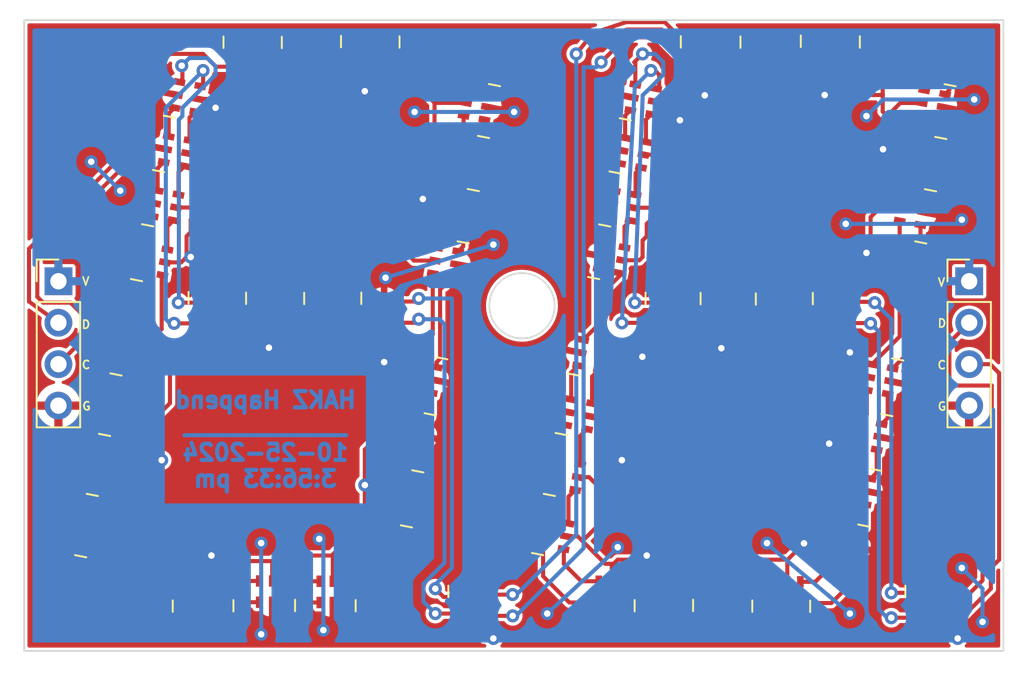
<source format=kicad_pcb>
(kicad_pcb (version 20211014) (generator pcbnew)
  (layers (0 "F.Cu" signal) (31 "B.Cu" signal) (34 "B.Paste" user) (35 "F.Paste" user) (36 "B.SilkS" user "B.Silkscreen") (37 "F.SilkS" user "F.Silkscreen") (38 "B.Mask" user) (39 "F.Mask" user) (44 "Edge.Cuts" user))
  (net 0 "")
  (net 1 "DI")
  (net 2 "CI")
  (net 3 "gnd")
  (net 4 "vcc")
  (net 5 "Net-(D2-Pad5)")
  (net 6 "Net-(D2-Pad6)")
  (net 7 "Net-(D3-Pad5)")
  (net 8 "Net-(D3-Pad6)")
  (net 9 "Net-(D4-Pad5)")
  (net 10 "Net-(D4-Pad6)")
  (net 11 "Net-(D5-Pad6)")
  (net 12 "Net-(D5-Pad5)")
  (net 13 "Net-(D38-Pad6)")
  (net 14 "Net-(D38-Pad5)")
  (net 15 "Net-(D11-Pad5)")
  (net 16 "Net-(D11-Pad6)")
  (net 17 "Net-(D12-Pad5)")
  (net 18 "Net-(D12-Pad6)")
  (net 19 "Net-(D13-Pad5)")
  (net 20 "Net-(D13-Pad6)")
  (net 21 "Net-(D14-Pad5)")
  (net 22 "Net-(D14-Pad6)")
  (net 23 "Net-(D15-Pad5)")
  (net 24 "Net-(D15-Pad6)")
  (net 25 "Net-(D16-Pad5)")
  (net 26 "Net-(D16-Pad6)")
  (net 27 "Net-(D17-Pad5)")
  (net 28 "Net-(D17-Pad6)")
  (net 29 "Net-(D18-Pad5)")
  (net 30 "Net-(D18-Pad6)")
  (net 31 "Net-(D19-Pad5)")
  (net 32 "Net-(D19-Pad6)")
  (net 33 "Net-(D20-Pad5)")
  (net 34 "Net-(D20-Pad6)")
  (net 35 "Net-(D21-Pad5)")
  (net 36 "Net-(D21-Pad6)")
  (net 37 "Net-(D22-Pad5)")
  (net 38 "Net-(D22-Pad6)")
  (net 39 "Net-(D23-Pad5)")
  (net 40 "Net-(D23-Pad6)")
  (net 41 "Net-(D24-Pad5)")
  (net 42 "Net-(D24-Pad6)")
  (net 43 "Net-(D25-Pad5)")
  (net 44 "Net-(D25-Pad6)")
  (net 45 "Net-(D26-Pad5)")
  (net 46 "Net-(D26-Pad6)")
  (net 47 "Net-(D27-Pad5)")
  (net 48 "Net-(D27-Pad6)")
  (net 49 "Net-(D28-Pad5)")
  (net 50 "Net-(D28-Pad6)")
  (net 51 "Net-(D29-Pad5)")
  (net 52 "Net-(D29-Pad6)")
  (net 53 "Net-(D30-Pad5)")
  (net 54 "Net-(D30-Pad6)")
  (net 55 "Net-(D31-Pad5)")
  (net 56 "Net-(D31-Pad6)")
  (net 57 "Net-(D32-Pad5)")
  (net 58 "Net-(D32-Pad6)")
  (net 59 "Net-(D33-Pad5)")
  (net 60 "Net-(D33-Pad6)")
  (net 61 "CO")
  (net 62 "DO")
  (net 63 "Net-(D35-Pad5)")
  (net 64 "Net-(D35-Pad6)")
  (net 65 "Net-(D36-Pad5)")
  (net 66 "Net-(D36-Pad6)")
  (net 67 "Net-(D37-Pad5)")
  (net 68 "Net-(D37-Pad6)")
  (net 69 "Net-(D39-Pad5)")
  (net 70 "Net-(D39-Pad6)")
  (net 71 "Net-(D40-Pad5)")
  (net 72 "Net-(D40-Pad6)")
  (net 73 "Net-(D41-Pad5)")
  (net 74 "Net-(D41-Pad6)")
  (net 75 "Net-(D42-Pad5)")
  (net 76 "Net-(D42-Pad6)")
  (net 77 "Net-(D43-Pad5)")
  (net 78 "Net-(D43-Pad6)")
  (net 79 "Net-(D44-Pad5)")
  (net 80 "Net-(D44-Pad6)")
  (net 81 "Net-(D45-Pad5)")
  (net 82 "Net-(D45-Pad6)")
  (net 83 "Net-(D46-Pad5)")
  (net 84 "Net-(D46-Pad6)")
  (net 85 "Net-(D47-Pad5)")
  (net 86 "Net-(D47-Pad6)")
  (net 87 "Net-(D48-Pad5)")
  (net 88 "Net-(D48-Pad6)")
  (net 89 "Net-(D49-Pad5)")
  (net 90 "Net-(D49-Pad6)")
  (net 91 "Net-(D50-Pad5)")
  (net 92 "Net-(D50-Pad6)")
  (net 93 "Net-(D51-Pad5)")
  (net 94 "Net-(D51-Pad6)")
  (net 95 "Net-(D52-Pad5)")
  (net 96 "Net-(D52-Pad6)")
  (net 97 "Net-(D53-Pad5)")
  (net 98 "Net-(D53-Pad6)")
  (net 99 "Net-(D54-Pad5)")
  (net 100 "Net-(D54-Pad6)")
  (net 101 "Net-(D55-Pad5)")
  (net 102 "Net-(D55-Pad6)")
  (net 103 "Net-(D56-Pad5)")
  (net 104 "Net-(D56-Pad6)")
  (net 105 "Net-(D57-Pad5)")
  (net 106 "Net-(D57-Pad6)")
  (net 107 "Net-(D58-Pad5)")
  (net 108 "Net-(D58-Pad6)")
  (net 109 "Net-(D59-Pad5)")
  (net 110 "Net-(D59-Pad6)")
  (net 111 "Net-(D6-Pad5)")
  (net 112 "Net-(D6-Pad6)")
  (net 113 "Net-(D7-Pad5)")
  (net 114 "Net-(D7-Pad6)")
  (net 115 "Net-(D8-Pad5)")
  (net 116 "Net-(D8-Pad6)")
  (net 117 "Net-(D34-Pad5)")
  (net 118 "Net-(D34-Pad6)")
  (net 119 "Net-(D9-Pad5)")
  (net 120 "Net-(D9-Pad6)")
  (footprint "hakz:SK9822-hakz" (layer "F.Cu") (at 125.043522 58.372411 169)
    (fp_text reference "D7" hide)
    (fp_text value "APA102" hide)
  )
  (footprint "hakz:SK9822-hakz" (layer "F.Cu") (at 125.713049 55.195027 169)
    (fp_text reference "D6" hide)
    (fp_text value "APA102" hide)
  )
  (footprint "hakz:SK9822-hakz" (layer "F.Cu") (at 149.068765 78.759361 169)
    (fp_text reference "D42" hide)
    (fp_text value "APA102" hide)
  )
  (footprint "hakz:SK9822-hakz" (layer "F.Cu") (at 153.632118 55.203023 169)
    (fp_text reference "D36" hide)
    (fp_text value "APA102" hide)
  )
  (footprint "hakz:SK9822-hakz" (layer "F.Cu") (at 106.6633 61.357824 -11)
    (fp_text reference "D24" hide)
    (fp_text value "APA102" hide)
  )
  (footprint "hakz:SK9822-hakz" (layer "F.Cu") (at 120.319724 82.230681 169)
    (fp_text reference "D14" hide)
    (fp_text value "APA102" hide)
  )
  (footprint "hakz:SK9822-hakz" (layer "F.Cu") (at 108.000097 54.706802 -11)
    (fp_text reference "D26" hide)
    (fp_text value "APA102" hide)
  )
  (footprint "hakz:SK9822-hakz" (layer "F.Cu") (at 132.002973 74.150207 -11)
    (fp_text reference "D50" hide)
    (fp_text value "APA102" hide)
  )
  (footprint "hakz:SK9822-hakz" (layer "F.Cu") (at 124.415004 61.623561 169)
    (fp_text reference "D8" hide)
    (fp_text value "APA102" hide)
  )
  (footprint "hakz:SK9822-hakz" (layer "F.Cu") (at 116.910309 85.030674 90)
    (fp_text reference "D15" hide)
    (fp_text value "APA102" hide)
  )
  (footprint "hakz:SK9822-hakz" (layer "F.Cu") (at 147.719367 67.912015 -90)
    (fp_text reference "D59" hide)
    (fp_text value "APA102" hide)
  )
  (footprint "hakz:SK9822-hakz" (layer "F.Cu") (at 104.729209 70.498842 -11)
    (fp_text reference "D22" hide)
    (fp_text value "APA102" hide)
  )
  (footprint "hakz:SK9822-hakz" (layer "F.Cu") (at 135.930292 54.864 -11)
    (fp_text reference "D55" hide)
    (fp_text value "APA102" hide)
  )
  (footprint "hakz:SK9822-hakz" (layer "F.Cu") (at 151.829322 64.833595 169)
    (fp_text reference "D39" hide)
    (fp_text value "APA102" hide)
  )
  (footprint "hakz:SK9822-hakz" (layer "F.Cu") (at 144.756581 85.06551 90)
    (fp_text reference "D44" hide)
    (fp_text value "APA102" hide)
  )
  (footprint "hakz:SK9822-hakz" (layer "F.Cu") (at 130.559558 81.501207 -11)
    (fp_text reference "D48" hide)
    (fp_text value "APA102" hide)
  )
  (footprint "hakz:SK9822-hakz" (layer "F.Cu") (at 123.812412 64.847027 170)
    (fp_text reference "D9" hide)
    (fp_text value "APA102" hide)
  )
  (footprint "hakz:SK9822-hakz" (layer "F.Cu") (at 137.584507 85.011787 90)
    (fp_text reference "D46" hide)
    (fp_text value "APA102" hide)
  )
  (footprint "hakz:SK9822-hakz" (layer "F.Cu") (at 122.485252 71.9272 169)
    (fp_text reference "D11" hide)
    (fp_text value "APA102" hide)
  )
  (footprint "hakz:SK9822-hakz" (layer "F.Cu") (at 118.812765 52.164015 -90)
    (fp_text reference "D4" hide)
    (fp_text value "APA102" hide)
  )
  (footprint "hakz:SK9822-hakz" (layer "F.Cu") (at 131.277707 77.877268 -11)
    (fp_text reference "D49" hide)
    (fp_text value "APA102" hide)
  )
  (footprint "hakz:SK9822-hakz" (layer "F.Cu") (at 152.430152 61.639042 169)
    (fp_text reference "D38" hide)
    (fp_text value "APA102" hide)
  )
  (footprint "Connector_PinHeader_2.54mm:PinHeader_1x04_P2.54mm_Vertical" (layer "F.Cu") (at 155.9 66)
    (fp_text reference "J2" hide)
    (fp_text value "Conn_01x04_Male" hide)
  )
  (footprint "hakz:SK9822-hakz" (layer "F.Cu") (at 134.670432 61.370425 -11)
    (fp_text reference "D53" hide)
    (fp_text value "APA102" hide)
  )
  (footprint "hakz:SK9822-hakz" (layer "F.Cu") (at 135.304973 58.123718 -11)
    (fp_text reference "D54" hide)
    (fp_text value "APA102" hide)
  )
  (footprint "hakz:SK9822-hakz" (layer "F.Cu") (at 104.026339 74.202374 -11)
    (fp_text reference "D21" hide)
    (fp_text value "APA102" hide)
  )
  (footprint "hakz:SK9822-hakz" (layer "F.Cu") (at 137.471627 67.898585 -90)
    (fp_text reference "D56" hide)
    (fp_text value "APA102" hide)
  )
  (footprint "hakz:SK9822-hakz" (layer "F.Cu") (at 109.42223 85.032793 90)
    (fp_text reference "D17" hide)
    (fp_text value "APA102" hide)
  )
  (footprint "hakz:SK9822-hakz" (layer "F.Cu") (at 112.996099 67.892268 -90)
    (fp_text reference "D28" hide)
    (fp_text value "APA102" hide)
  )
  (footprint "hakz:SK9822-hakz" (layer "F.Cu") (at 141.210836 85.056556 90)
    (fp_text reference "D45" hide)
    (fp_text value "APA102" hide)
  )
  (footprint "hakz:SK9822-hakz" (layer "F.Cu") (at 148.342581 82.18289 169)
    (fp_text reference "D43" hide)
    (fp_text value "APA102" hide)
  )
  (footprint "hakz:SK9822-hakz" (layer "F.Cu") (at 134.002946 85.029695 90)
    (fp_text reference "D47" hide)
    (fp_text value "APA102" hide)
  )
  (footprint "hakz:SK9822-hakz" (layer "F.Cu") (at 109.470487 67.858368 -90)
    (fp_text reference "D27" hide)
    (fp_text value "APA102" hide)
  )
  (footprint "hakz:SK9822-hakz" (layer "F.Cu") (at 153.388832 85.853224 -90)
    (fp_text reference "D60" hide)
    (fp_text value "APA102" hide)
  )
  (footprint "hakz:SK9822-hakz" (layer "F.Cu") (at 140.842771 67.912015 -90)
    (fp_text reference "D57" hide)
    (fp_text value "APA102" hide)
  )
  (footprint "hakz:SK9822-hakz" (layer "F.Cu") (at 120.055799 67.892268 -90)
    (fp_text reference "D30" hide)
    (fp_text value "APA102" hide)
  )
  (footprint "hakz:SK9822-hakz" (layer "F.Cu") (at 125.390246 85.84924 -90)
    (fp_text reference "D31" hide)
    (fp_text value "APA102" hide)
  )
  (footprint "hakz:SK9822-hakz" (layer "F.Cu") (at 150.600953 52.190609 -90)
    (fp_text reference "D35" hide)
    (fp_text value "APA102" hide)
  )
  (footprint "hakz:SK9822-hakz" (layer "F.Cu") (at 146.983578 52.14584 -90)
    (fp_text reference "D34" hide)
    (fp_text value "APA102" hide)
  )
  (footprint "hakz:SK9822-hakz" (layer "F.Cu") (at 139.632425 52.181656 -90)
    (fp_text reference "D32" hide)
    (fp_text value "APA102" hide)
  )
  (footprint "hakz:SK9822-hakz" (layer "F.Cu") (at 144.227345 67.938877 -90)
    (fp_text reference "D58" hide)
    (fp_text value "APA102" hide)
  )
  (footprint "hakz:SK9822-hakz" (layer "F.Cu") (at 153.056925 58.433546 169)
    (fp_text reference "D37" hide)
    (fp_text value "APA102" hide)
  )
  (footprint "hakz:SK9822-hakz" (layer "F.Cu") (at 121.7677 75.362226 169)
    (fp_text reference "D12" hide)
    (fp_text value "APA102" hide)
  )
  (footprint "hakz:SK9822-hakz" (layer "F.Cu") (at 111.613829 52.204308 -90)
    (fp_text reference "D2" hide)
    (fp_text value "APA102" hide)
  )
  (footprint "hakz:SK9822-hakz" (layer "F.Cu") (at 143.285617 52.199563 -90)
    (fp_text reference "D33" hide)
    (fp_text value "APA102" hide)
  )
  (footprint "hakz:SK9822-hakz" (layer "F.Cu") (at 132.734553 70.501874 -11)
    (fp_text reference "D51" hide)
    (fp_text value "APA102" hide)
  )
  (footprint "hakz:SK9822-hakz" (layer "F.Cu") (at 102.565149 81.634947 -11)
    (fp_text reference "D19" hide)
    (fp_text value "APA102" hide)
  )
  (footprint "hakz:SK9822-hakz" (layer "F.Cu") (at 116.555612 67.900743 -90)
    (fp_text reference "D29" hide)
    (fp_text value "APA102" hide)
  )
  (footprint "hakz:SK9822-hakz" (layer "F.Cu") (at 133.991122 64.589468 -11)
    (fp_text reference "D52" hide)
    (fp_text value "APA102" hide)
  )
  (footprint "hakz:SK9822-hakz" (layer "F.Cu") (at 121.01766 78.858176 169)
    (fp_text reference "D13" hide)
    (fp_text value "APA102" hide)
  )
  (footprint "hakz:SK9822-hakz" (layer "F.Cu") (at 122.398803 52.190877 -90)
    (fp_text reference "D5" hide)
    (fp_text value "APA102" hide)
  )
  (footprint "Connector_PinHeader_2.54mm:PinHeader_1x04_P2.54mm_Vertical" (layer "F.Cu") (at 100.1 66)
    (fp_text reference "J1" hide)
    (fp_text value "Conn_01x04_Male" hide)
  )
  (footprint "hakz:SK9822-hakz" (layer "F.Cu") (at 149.749262 75.410602 169)
    (fp_text reference "D41" hide)
    (fp_text value "APA102" hide)
  )
  (footprint "hakz:SK9822-hakz" (layer "F.Cu") (at 105.9858 64.718397 -11)
    (fp_text reference "D23" hide)
    (fp_text value "APA102" hide)
  )
  (footprint "hakz:SK9822-hakz" (layer "F.Cu") (at 105.703811 85.051862 90)
    (fp_text reference "D18" hide)
    (fp_text value "APA102" hide)
  )
  (footprint "hakz:SK9822-hakz" (layer "F.Cu") (at 107.341052 58.035613 -11)
    (fp_text reference "D25" hide)
    (fp_text value "APA102" hide)
  )
  (footprint "hakz:SK9822-hakz" (layer "F.Cu") (at 113.197856 85.013724 90)
    (fp_text reference "D16" hide)
    (fp_text value "APA102" hide)
  )
  (footprint "hakz:SK9822-hakz" (layer "F.Cu") (at 150.420537 72.002457 169)
    (fp_text reference "D40" hide)
    (fp_text value "APA102" hide)
  )
  (footprint "hakz:SK9822-hakz" (layer "F.Cu") (at 103.275045 77.877218 -11)
    (fp_text reference "D20" hide)
    (fp_text value "APA102" hide)
  )
  (footprint "hakz:SK9822-hakz" (layer "F.Cu") (at 115.186436 52.217739 -90)
    (fp_text reference "D3" hide)
    (fp_text value "APA102" hide)
  )
  (gr_rect (start 98 50) (end 158 88.646) (layer "Edge.Cuts") (width 0.1) (fill none))
  (gr_circle (center 128.5 67.5) (end 130.5 67.5) (layer "Edge.Cuts") (width 0.1) (fill none))
  (gr_text "HAKZ Happend\n_____________\n10-25-2024\n3:56:33 pm" (at 112.776 75.692) (layer "B.Cu") (effects (font (size 1 1) (thickness 0.25)) (justify mirror)))
  (gr_text "V" (at 101.774409 66.002271) (layer "F.SilkS") (effects (font (size 0.5 0.5) (thickness 0.1))))
  (gr_text "G" (at 101.821475 73.653614) (layer "F.SilkS") (effects (font (size 0.5 0.5) (thickness 0.1))))
  (gr_text "D" (at 101.785659 68.652319) (layer "F.SilkS") (effects (font (size 0.5 0.5) (thickness 0.1))))
  (gr_text "D" (at 154.231723 68.577092) (layer "F.SilkS") (effects (font (size 0.5 0.5) (thickness 0.1))))
  (gr_text "C" (at 154.217795 71.135229) (layer "F.SilkS") (effects (font (size 0.5 0.5) (thickness 0.1))))
  (gr_text "G" (at 154.233713 73.667959) (layer "F.SilkS") (effects (font (size 0.5 0.5) (thickness 0.1))))
  (gr_text "C" (at 101.790719 71.119999) (layer "F.SilkS") (effects (font (size 0.5 0.5) (thickness 0.1))))
  (gr_text "V" (at 154.201877 66.067856) (layer "F.SilkS") (effects (font (size 0.5 0.5) (thickness 0.1))))
  (segment (start 104.648 57.658) (end 98.298 64.008) (width 0.25) (layer "F.Cu") (net 1))
  (segment (start 106.934 51.562) (end 106.805604 51.562) (width 0.25) (layer "F.Cu") (net 1))
  (segment (start 110.813829 51.554308) (end 106.941692 51.554308) (width 0.25) (layer "F.Cu") (net 1))
  (segment (start 98.298 64.008) (end 98.298 67.246) (width 0.25) (layer "F.Cu") (net 1))
  (segment (start 98.298 67.246) (end 100.1 68.54) (width 0.25) (layer "F.Cu") (net 1))
  (segment (start 106.941692 51.554308) (end 106.934 51.562) (width 0.25) (layer "F.Cu") (net 1))
  (segment (start 104.648 53.719604) (end 104.648 57.658) (width 0.25) (layer "F.Cu") (net 1))
  (segment (start 106.805604 51.562) (end 104.648 53.719604) (width 0.25) (layer "F.Cu") (net 1))
  (segment (start 101.6 68.072) (end 100.838 67.31) (width 0.25) (layer "F.Cu") (net 2))
  (segment (start 105.156 57.912) (end 105.156 53.848) (width 0.25) (layer "F.Cu") (net 2))
  (segment (start 98.806 66.953001) (end 98.806 64.262) (width 0.25) (layer "F.Cu") (net 2))
  (segment (start 100.838 67.31) (end 99.162999 67.31) (width 0.25) (layer "F.Cu") (net 2))
  (segment (start 106.934 52.07) (end 108.966 52.07) (width 0.25) (layer "F.Cu") (net 2))
  (segment (start 109.750308 52.854308) (end 110.813829 52.854308) (width 0.25) (layer "F.Cu") (net 2))
  (segment (start 99.162999 67.31) (end 98.806 66.953001) (width 0.25) (layer "F.Cu") (net 2))
  (segment (start 98.806 64.262) (end 105.156 57.912) (width 0.25) (layer "F.Cu") (net 2))
  (segment (start 105.156 53.848) (end 106.934 52.07) (width 0.25) (layer "F.Cu") (net 2))
  (segment (start 101.6 69.58) (end 101.6 68.072) (width 0.25) (layer "F.Cu") (net 2))
  (segment (start 100.1 71.08) (end 101.6 69.58) (width 0.25) (layer "F.Cu") (net 2))
  (segment (start 108.966 52.07) (end 109.750308 52.854308) (width 0.25) (layer "F.Cu") (net 2))
  (segment (start 134.002946 86.504946) (end 134.002946 85.679695) (width 0.25) (layer "F.Cu") (net 3))
  (segment (start 137.584507 86.443493) (end 137.414 86.614) (width 0.25) (layer "F.Cu") (net 3))
  (segment (start 144.78 86.36) (end 144.272 86.868) (width 0.25) (layer "F.Cu") (net 3))
  (segment (start 137.584507 85.661787) (end 137.584507 86.443493) (width 0.25) (layer "F.Cu") (net 3))
  (segment (start 137.414 86.614) (end 134.112 86.614) (width 0.25) (layer "F.Cu") (net 3))
  (segment (start 144.756581 85.71551) (end 144.756581 86.336581) (width 0.25) (layer "F.Cu") (net 3))
  (segment (start 141.210836 86.854836) (end 141.210836 85.706556) (width 0.25) (layer "F.Cu") (net 3))
  (segment (start 134.112 86.614) (end 134.002946 86.504946) (width 0.25) (layer "F.Cu") (net 3))
  (segment (start 144.756581 86.336581) (end 144.78 86.36) (width 0.25) (layer "F.Cu") (net 3))
  (segment (start 141.224 86.868) (end 141.210836 86.854836) (width 0.25) (layer "F.Cu") (net 3))
  (segment (start 144.272 86.868) (end 141.224 86.868) (width 0.25) (layer "F.Cu") (net 3))
  (via (at 155.448 62.23) (size 0.8) (drill 0.4) (layers "F.Cu" "B.Cu") (net 3))
  (via (at 103.886 60.452) (size 0.8) (drill 0.4) (layers "F.Cu" "B.Cu") (net 3))
  (via (at 121.92 55.626) (size 0.8) (drill 0.4) (layers "F.Cu" "B.Cu") (net 3))
  (via (at 143.51 82.042) (size 0.8) (drill 0.4) (layers "F.Cu" "B.Cu") (net 3))
  (via (at 134.366 82.296) (size 0.8) (drill 0.4) (layers "F.Cu" "B.Cu") (net 3))
  (via (at 156.718 86.868) (size 0.8) (drill 0.4) (layers "F.Cu" "B.Cu") (net 3))
  (via (at 102.108 58.674) (size 0.8) (drill 0.4) (layers "F.Cu" "B.Cu") (net 3))
  (via (at 126.746 63.754) (size 0.8) (drill 0.4) (layers "F.Cu" "B.Cu") (net 3))
  (via (at 112.522 87.63) (size 0.8) (drill 0.4) (layers "F.Cu" "B.Cu") (net 3))
  (via (at 149.606 55.88) (size 0.8) (drill 0.4) (layers "F.Cu" "B.Cu") (net 3))
  (via (at 148.59 86.36) (size 0.8) (drill 0.4) (layers "F.Cu" "B.Cu") (net 3))
  (via (at 148.336 62.484) (size 0.8) (drill 0.4) (layers "F.Cu" "B.Cu") (net 3))
  (via (at 156.21 54.864) (size 0.8) (drill 0.4) (layers "F.Cu" "B.Cu") (net 3))
  (via (at 116.332 87.376) (size 0.8) (drill 0.4) (layers "F.Cu" "B.Cu") (net 3))
  (via (at 128.016 55.626) (size 0.8) (drill 0.4) (layers "F.Cu" "B.Cu") (net 3))
  (via (at 116.078 81.788) (size 0.8) (drill 0.4) (layers "F.Cu" "B.Cu") (net 3))
  (via (at 112.522 82.042) (size 0.8) (drill 0.4) (layers "F.Cu" "B.Cu") (net 3))
  (via (at 130.048 86.36) (size 0.8) (drill 0.4) (layers "F.Cu" "B.Cu") (net 3))
  (via (at 155.448 83.566) (size 0.8) (drill 0.4) (layers "F.Cu" "B.Cu") (net 3))
  (via (at 120.142 65.786) (size 0.8) (drill 0.4) (layers "F.Cu" "B.Cu") (net 3))
  (segment (start 120.142 65.786) (end 126.746 63.754) (width 0.25) (layer "B.Cu") (net 3))
  (segment (start 116.332 82.042) (end 116.078 81.788) (width 0.25) (layer "B.Cu") (net 3))
  (segment (start 112.522 87.63) (end 112.522 82.042) (width 0.25) (layer "B.Cu") (net 3))
  (segment (start 148.59 86.36) (end 143.764 82.296) (width 0.25) (layer "B.Cu") (net 3))
  (segment (start 116.332 87.376) (end 116.332 82.042) (width 0.25) (layer "B.Cu") (net 3))
  (segment (start 121.92 55.626) (end 128.016 55.626) (width 0.25) (layer "B.Cu") (net 3))
  (segment (start 155.448 83.566) (end 156.718 84.836) (width 0.25) (layer "B.Cu") (net 3))
  (segment (start 150.622 54.864) (end 149.606 55.88) (width 0.25) (layer "B.Cu") (net 3))
  (segment (start 156.21 54.864) (end 150.622 54.864) (width 0.25) (layer "B.Cu") (net 3))
  (segment (start 133.35 83.312) (end 134.366 82.296) (width 0.25) (layer "B.Cu") (net 3))
  (segment (start 148.336 62.484) (end 155.194 62.484) (width 0.25) (layer "B.Cu") (net 3))
  (segment (start 155.194 62.484) (end 155.448 62.23) (width 0.25) (layer "B.Cu") (net 3))
  (segment (start 130.048 86.36) (end 133.35 83.312) (width 0.25) (layer "B.Cu") (net 3))
  (segment (start 156.718 84.836) (end 156.718 86.868) (width 0.25) (layer "B.Cu") (net 3))
  (segment (start 103.886 60.452) (end 102.108 58.674) (width 0.25) (layer "B.Cu") (net 3))
  (segment (start 143.764 82.296) (end 143.51 82.042) (width 0.25) (layer "B.Cu") (net 3))
  (segment (start 132.842 78.232) (end 133.35 78.74) (width 0.25) (layer "F.Cu") (net 4))
  (segment (start 122.428 61.214) (end 122.428 60.96) (width 0.25) (layer "F.Cu") (net 4))
  (segment (start 147.828 73.914) (end 148.336 73.406) (width 0.25) (layer "F.Cu") (net 4))
  (segment (start 147.930576 75.286576) (end 147.828 75.184) (width 0.25) (layer "F.Cu") (net 4))
  (segment (start 131.917233 81.625233) (end 132.207 81.915) (width 0.25) (layer "F.Cu") (net 4))
  (segment (start 118.364 80.518) (end 118.872 80.01) (width 0.25) (layer "F.Cu") (net 4))
  (segment (start 133.096 78.232) (end 132.842 78.232) (width 0.25) (layer "F.Cu") (net 4))
  (segment (start 140.842771 68.562015) (end 140.842771 69.469229) (width 0.25) (layer "F.Cu") (net 4))
  (segment (start 109.470487 68.508368) (end 109.470487 69.846487) (width 0.25) (layer "F.Cu") (net 4))
  (segment (start 146.574864 82.058864) (end 146.558 82.042) (width 0.25) (layer "F.Cu") (net 4))
  (segment (start 113.538 82.804) (end 116.84 82.804) (width 0.25) (layer "F.Cu") (net 4))
  (segment (start 147.32 75.897152) (end 147.930576 75.286576) (width 0.25) (layer "F.Cu") (net 4))
  (segment (start 113.03 70.104) (end 112.996099 70.070099) (width 0.25) (layer "F.Cu") (net 4))
  (segment (start 140.842771 69.469229) (end 140.462 69.85) (width 0.25) (layer "F.Cu") (net 4))
  (segment (start 145.779136 82.058864) (end 146.574864 82.058864) (width 0.25) (layer "F.Cu") (net 4))
  (segment (start 135.89 63.5) (end 136.144 63.246) (width 0.25) (layer "F.Cu") (net 4))
  (segment (start 148.336 69.85) (end 147.828 69.85) (width 0.25) (layer "F.Cu") (net 4))
  (segment (start 135.8761 70.6259) (end 134.6339 70.6259) (width 0.25) (layer "F.Cu") (net 4))
  (segment (start 123.19 57.912) (end 123.143001 57.865001) (width 0.25) (layer "F.Cu") (net 4))
  (segment (start 122.369606 54.356) (end 122.398803 54.326803) (width 0.25) (layer "F.Cu") (net 4))
  (segment (start 144.227345 69.640655) (end 144.018 69.85) (width 0.25) (layer "F.Cu") (net 4))
  (segment (start 112.996099 70.070099) (end 112.996099 68.542268) (width 0.25) (layer "F.Cu") (net 4))
  (segment (start 137.840256 58.247744) (end 137.241744 58.247744) (width 0.25) (layer "F.Cu") (net 4))
  (segment (start 137.284026 54.988026) (end 136.56835 54.988026) (width 0.25) (layer "F.Cu") (net 4))
  (segment (start 137.241744 60.878256) (end 137.241744 58.247744) (width 0.25) (layer "F.Cu") (net 4))
  (segment (start 134.62918 64.713494) (end 135.692506 64.713494) (width 0.25) (layer "F.Cu") (net 4))
  (segment (start 111.613829 52.854308) (end 111.613829 54.209829) (width 0.25) (layer "F.Cu") (net 4))
  (segment (start 139.7 54.61) (end 143.002 54.61) (width 0.25) (layer "F.Cu") (net 4))
  (segment (start 116.84 82.804) (end 117.537345 82.106655) (width 0.25) (layer "F.Cu") (net 4))
  (segment (start 138.176 56.134) (end 138.176 57.912) (width 0.25) (layer "F.Cu") (net 4))
  (segment (start 147.424665 78.635335) (end 147.469335 78.635335) (width 0.25) (layer "F.Cu") (net 4))
  (segment (start 139.632425 52.831656) (end 139.632425 54.542425) (width 0.25) (layer "F.Cu") (net 4))
  (segment (start 109.728 56.388) (end 109.728 55.372) (width 0.25) (layer "F.Cu") (net 4))
  (segment (start 143.285617 54.326383) (end 143.256 54.356) (width 0.25) (layer "F.Cu") (net 4))
  (segment (start 109.186828 54.830828) (end 109.728 55.372) (width 0.25) (layer "F.Cu") (net 4))
  (segment (start 136.144 62.484) (end 136.398 62.23) (width 0.25) (layer "F.Cu") (net 4))
  (segment (start 109.728 70.104) (end 113.03 70.104) (width 0.25) (layer "F.Cu") (net 4))
  (segment (start 118.812765 52.814015) (end 118.812765 54.296765) (width 0.25) (layer "F.Cu") (net 4))
  (segment (start 131.197616 81.625233) (end 131.917233 81.625233) (width 0.25) (layer "F.Cu") (net 4))
  (segment (start 144.227345 68.588877) (end 144.227345 69.640655) (width 0.25) (layer "F.Cu") (net 4))
  (segment (start 109.22 57.404) (end 109.474 57.15) (width 0.25) (layer "F.Cu") (net 4))
  (segment (start 141.210836 84.406556) (end 141.210836 83.325164) (width 0.25) (layer "F.Cu") (net 4))
  (segment (start 125.390246 86.49924) (end 125.390246 87.09924) (width 0.25) (layer "F.Cu") (net 4))
  (segment (start 134.366 74.422) (end 134.62 74.422) (width 0.25) (layer "F.Cu") (net 4))
  (segment (start 150.368 59.436) (end 151.27352 58.53048) (width 0.25) (layer "F.Cu") (net 4))
  (segment (start 118.812765 54.296765) (end 118.872 54.356) (width 0.25) (layer "F.Cu") (net 4))
  (segment (start 126.175006 87.884) (end 126.746 87.884) (width 0.25) (layer "F.Cu") (net 4))
  (segment (start 144.733162 83.058) (end 144.756581 83.081419) (width 0.25) (layer "F.Cu") (net 4))
  (segment (start 121.884156 64.734156) (end 121.666 64.516) (width 0.25) (layer "F.Cu") (net 4))
  (segment (start 150.600953 55.604953) (end 150.876 55.88) (width 0.25) (layer "F.Cu") (net 4))
  (segment (start 123.491411 61.214) (end 122.428 61.214) (width 0.25) (layer "F.Cu") (net 4))
  (segment (start 104.902 78.232) (end 105.41 78.74) (width 0.25) (layer "F.Cu") (net 4))
  (segment (start 104.267 81.915) (end 105.393067 83.041067) (width 0.25) (layer "F.Cu") (net 4))
  (segment (start 104.664397 74.3264) (end 106.0764 74.3264) (width 0.25) (layer "F.Cu") (net 4))
  (segment (start 150.053569 64.709569) (end 149.86 64.516) (width 0.25) (layer "F.Cu") (net 4))
  (segment (start 111.613829 54.209829) (end 111.76 54.356) (width 0.25) (layer "F.Cu") (net 4))
  (segment (start 140.462 69.85) (end 136.652 69.85) (width 0.25) (layer "F.Cu") (net 4))
  (segment (start 147.044953 54.588953) (end 150.600953 54.588953) (width 0.25) (layer "F.Cu") (net 4))
  (segment (start 108.966 59.944) (end 108.966 58.407278) (width 0.25) (layer "F.Cu") (net 4))
  (segment (start 105.918 83.058) (end 105.703811 83.272189) (width 0.25) (layer "F.Cu") (net 4))
  (segment (start 136.144 83.058) (end 137.922 83.058) (width 0.25) (layer "F.Cu") (net 4))
  (segment (start 150.876 57.912) (end 151.27352 58.30952) (width 0.25) (layer "F.Cu") (net 4))
  (segment (start 115.186436 52.867739) (end 115.186436 54.226436) (width 0.25) (layer "F.Cu") (net 4))
  (segment (start 107.301358 61.48185) (end 108.44415 61.48185) (width 0.25) (layer "F.Cu") (net 4))
  (segment (start 105.703811 83.272189) (end 105.703811 84.401862) (width 0.25) (layer "F.Cu") (net 4))
  (segment (start 137.584507 84.361787) (end 137.584507 83.395493) (width 0.25) (layer "F.Cu") (net 4))
  (segment (start 106.155067 83.041067) (end 105.918 83.058) (width 0.25) (layer "F.Cu") (net 4))
  (segment (start 140.716 69.85) (end 140.716 70.104) (width 0.25) (layer "F.Cu") (net 4))
  (segment (start 133.858 75.184) (end 133.858 74.93) (width 0.25) (layer "F.Cu") (net 4))
  (segment (start 108.966 58.407278) (end 109.213639 58.159639) (width 0.25) (layer "F.Cu") (net 4))
  (segment (start 113.197856 84.363724) (end 113.197856 83.144144) (width 0.25) (layer "F.Cu") (net 4))
  (segment (start 147.32 75.897152) (end 147.32 75.946) (width 0.25) (layer "F.Cu") (net 4))
  (segment (start 141.351 83.185) (end 141.478 83.058) (width 0.25) (layer "F.Cu") (net 4))
  (segment (start 113.284 70.104) (end 116.078 70.104) (width 0.25) (layer "F.Cu") (net 4))
  (segment (start 144.756581 84.41551) (end 144.756581 83.081419) (width 0.25) (layer "F.Cu") (net 4))
  (segment (start 109.470487 69.846487) (end 109.728 70.104) (width 0.25) (layer "F.Cu") (net 4))
  (segment (start 124.405464 58.248385) (end 124.069079 57.912) (width 0.25) (layer "F.Cu") (net 4))
  (segment (start 141.224 83.058) (end 141.351 83.185) (width 0.25) (layer "F.Cu") (net 4))
  (segment (start 118.872 54.356) (end 122.369606 54.356) (width 0.25) (layer "F.Cu") (net 4))
  (segment (start 136.144 63.246) (end 136.144 62.484) (width 0.25) (layer "F.Cu") (net 4))
  (segment (start 116.910309 82.874309) (end 116.84 82.804) (width 0.25) (layer "F.Cu") (net 4))
  (segment (start 113.284 70.104) (end 113.03 70.104) (width 0.25) (layer "F.Cu") (net 4))
  (segment (start 135.943031 58.247744) (end 137.241744 58.247744) (width 0.25) (layer "F.Cu") (net 4))
  (segment (start 118.364 82.042) (end 118.364 80.518) (width 0.25) (layer "F.Cu") (net 4))
  (segment (start 118.872 78.486) (end 118.872 76.3084) (width 0.25) (layer "F.Cu") (net 4))
  (segment (start 152.99406 55.078997) (end 151.677003 55.078997) (width 0.25) (layer "F.Cu") (net 4))
  (segment (start 134.62 74.422) (end 134.6339 74.4081) (width 0.25) (layer "F.Cu") (net 4))
  (segment (start 104.110973 81.758973) (end 104.267 81.915) (width 0.25) (layer "F.Cu") (net 4))
  (segment (start 109.474 82.804) (end 109.42223 83.10977) (width 0.25) (layer "F.Cu") (net 4))
  (segment (start 148.840431 71.878431) (end 148.717 71.755) (width 0.25) (layer "F.Cu") (net 4))
  (segment (start 115.316 54.356) (end 118.872 54.356) (width 0.25) (layer "F.Cu") (net 4))
  (segment (start 136.398 61.520902) (end 136.371549 61.494451) (width 0.25) (layer "F.Cu") (net 4))
  (segment (start 148.336 72.136) (end 148.717 71.755) (width 0.25) (layer "F.Cu") (net 4))
  (segment (start 125.390246 87.09924) (end 126.175006 87.884) (width 0.25) (layer "F.Cu") (net 4))
  (segment (start 124.069079 57.912) (end 123.19 57.912) (width 0.25) (layer "F.Cu") (net 4))
  (segment (start 111.76 54.356) (end 115.316 54.356) (width 0.25) (layer "F.Cu") (net 4))
  (segment (start 137.922 83.058) (end 141.224 83.058) (width 0.25) (layer "F.Cu") (net 4))
  (segment (start 115.186436 54.226436) (end 115.316 54.356) (width 0.25) (layer "F.Cu") (net 4))
  (segment (start 151.27352 58.30952) (end 152.418867 58.30952) (width 0.25) (layer "F.Cu") (net 4))
  (segment (start 141.210836 83.325164) (end 141.351 83.185) (width 0.25) (layer "F.Cu") (net 4))
  (segment (start 133.35 80.772) (end 132.207 81.915) (width 0.25) (layer "F.Cu") (net 4))
  (segment (start 106.934 71.12) (end 106.934 73.4688) (width 0.25) (layer "F.Cu") (net 4))
  (segment (start 146.558 80.518) (end 147.066 80.01) (width 0.25) (layer "F.Cu") (net 4))
  (segment (start 109.22 58.166) (end 109.22 57.404) (width 0.25) (layer "F.Cu") (net 4))
  (segment (start 106.0764 74.3264) (end 106.172 74.422) (width 0.25) (layer "F.Cu") (net 4))
  (segment (start 113.197856 83.144144) (end 113.538 82.804) (width 0.25) (layer "F.Cu") (net 4))
  (segment (start 116.078 70.104) (end 116.332 70.104) (width 0.25) (layer "F.Cu") (net 4))
  (segment (start 150.600953 52.840609) (end 150.600953 54.588953) (width 0.25) (layer "F.Cu") (net 4))
  (segment (start 107.623577 64.842423) (end 107.95 64.516) (width 0.25) (layer "F.Cu") (net 4))
  (segment (start 139.632425 54.542425) (end 139.7 54.61) (width 0.25) (layer "F.Cu") (net 4))
  (segment (start 134.366 83.058) (end 136.144 83.058) (width 0.25) (layer "F.Cu") (net 4))
  (segment (start 138.176 56.134) (end 137.284026 54.988026) (width 0.25) (layer "F.Cu") (net 4))
  (segment (start 123.143001 57.865001) (end 123.143001 55.071001) (width 0.25) (layer "F.Cu") (net 4))
  (segment (start 108.458 61.4957) (end 108.44415 61.48185) (width 0.25) (layer "F.Cu") (net 4))
  (segment (start 135.692506 64.713494) (end 135.89 64.516) (width 0.25) (layer "F.Cu") (net 4))
  (segment (start 120.379602 78.73415) (end 119.12015 78.73415) (width 0.25) (layer "F.Cu") (net 4))
  (segment (start 153.915608 87.63) (end 154.686 87.63) (width 0.25) (layer "F.Cu") (net 4))
  (segment (start 146.812 54.356) (end 147.044953 54.588953) (width 0.25) (layer "F.Cu") (net 4))
  (segment (start 121.129642 75.2382) (end 119.9422 75.2382) (width 0.25) (layer "F.Cu") (net 4))
  (segment (start 119.12015 78.73415) (end 118.872 78.486) (width 0.25) (layer "F.Cu") (net 4))
  (segment (start 147.066 80.01) (end 147.066 78.994) (width 0.25) (layer "F.Cu") (net 4))
  (segment (start 144.756581 83.081419) (end 145.779136 82.058864) (width 0.25) (layer "F.Cu") (net 4))
  (segment (start 109.474 82.804) (end 109.560144 83.144144) (width 0.25) (layer "F.Cu") (net 4))
  (segment (start 146.983578 52.79584) (end 146.983578 54.184422) (width 0.25) (layer "F.Cu") (net 4))
  (segment (start 109.42223 83.10977) (end 109.42223 84.382793) (width 0.25) (layer "F.Cu") (net 4))
  (segment (start 109.474 82.804) (end 106.155067 83.041067) (width 0.25) (layer "F.Cu") (net 4))
  (segment (start 150.368 61.468) (end 150.368 59.436) (width 0.25) (layer "F.Cu") (net 4))
  (segment (start 116.332 70.104) (end 116.555612 69.880388) (width 0.25) (layer "F.Cu") (net 4))
  (segment (start 135.89 64.516) (end 135.89 63.5) (width 0.25) (layer "F.Cu") (net 4))
  (segment (start 147.32 78.486) (end 147.32 75.946) (width 0.25) (layer "F.Cu") (net 4))
  (segment (start 109.213639 58.159639) (end 109.22 58.166) (width 0.25) (layer "F.Cu") (net 4))
  (segment (start 149.111204 75.286576) (end 147.930576 75.286576) (width 0.25) (layer "F.Cu") (net 4))
  (segment (start 153.388832 87.103224) (end 153.915608 87.63) (width 0.25) (layer "F.Cu") (net 4))
  (segment (start 147.066 78.994) (end 147.424665 78.635335) (width 0.25) (layer "F.Cu") (net 4))
  (segment (start 147.828 75.184) (end 147.828 73.914) (width 0.25) (layer "F.Cu") (net 4))
  (segment (start 151.191264 64.709569) (end 150.053569 64.709569) (width 0.25) (layer "F.Cu") (net 4))
  (segment (start 133.604 83.312) (end 134.112 83.312) (width 0.25) (layer "F.Cu") (net 4))
  (segment (start 107.95 63.246) (end 108.204 62.992) (width 0.25) (layer "F.Cu") (net 4))
  (segment (start 137.584507 83.395493) (end 137.922 83.058) (width 0.25) (layer "F.Cu") (net 4))
  (segment (start 108.204 62.23) (end 108.458 61.976) (width 0.25) (layer "F.Cu") (net 4))
  (segment (start 108.44415 61.48185) (end 108.712 61.214) (width 0.25) (layer "F.Cu") (net 4))
  (segment (start 144.018 69.85) (end 140.716 69.85) (width 0.25) (layer "F.Cu") (net 4))
  (segment (start 106.172 74.422) (end 106.172 76.962) (width 0.25) (layer "F.Cu") (net 4))
  (segment (start 149.86 62.070032) (end 150.415016 61.515016) (width 0.25) (layer "F.Cu") (net 4))
  (segment (start 120.825174 71.803174) (end 120.65 71.628) (width 0.25) (layer "F.Cu") (net 4))
  (segment (start 106.934 73.4688) (end 106.0764 74.3264) (width 0.25) (layer "F.Cu") (net 4))
  (segment (start 133.858 75.184) (end 133.858 77.47) (width 0.25) (layer "F.Cu") (net 4))
  (segment (start 148.430707 78.635335) (end 147.469335 78.635335) (width 0.25) (layer "F.Cu") (net 4))
  (segment (start 133.858 77.47) (end 134.62 76.962) (width 0.25) (layer "F.Cu") (net 4))
  (segment (start 140.716 69.85) (end 140.462 69.85) (width 0.25) (layer "F.Cu") (net 4))
  (segment (start 121.666 61.722) (end 122.428 60.96) (width 0.25) (layer "F.Cu") (net 4))
  (segment (start 106.623858 64.842423) (end 107.623577 64.842423) (width 0.25) (layer "F.Cu") (net 4))
  (segment (start 119.888 70.104) (end 116.078 70.104) (width 0.25) (layer "F.Cu") (net 4))
  (segment (start 122.428 58.674) (end 123.19 57.912) (width 0.25) (layer "F.Cu") (net 4))
  (segment (start 150.876 55.88) (end 150.876 57.912) (width 0.25) (layer "F.Cu") (net 4))
  (segment (start 136.652 69.85) (end 135.8761 70.6259) (width 0.25) (layer "F.Cu") (net 4))
  (segment (start 133.858 74.93) (end 134.366 74.422) (width 0.25) (layer "F.Cu") (net 4))
  (segment (start 153.388832 86.503224) (end 153.388832 87.103224) (width 0.25) (layer "F.Cu") (net 4))
  (segment (start 103.913103 78.001244) (end 104.671244 78.001244) (width 0.25) (layer "F.Cu") (net 4))
  (segment (start 150.600953 54.588953) (end 150.600953 55.604953) (width 0.25) (layer "F.Cu") (net 4))
  (segment (start 108.204 62.992) (end 108.204 62.23) (width 0.25) (layer "F.Cu") (net 4))
  (segment (start 149.86 64.516) (end 149.606 64.262) (width 0.25) (layer "F.Cu") (net 4))
  (segment (start 120.055799 69.936201) (end 119.888 70.104) (width 0.25) (layer "F.Cu") (net 4))
  (segment (start 105.393067 83.041067) (end 106.155067 83.041067) (width 0.25) (layer "F.Cu") (net 4))
  (segment (start 147.719367 68.562015) (end 147.719367 69.741367) (width 0.25) (layer "F.Cu") (net 4))
  (segment (start 108.712 60.198) (end 108.966 59.944) (width 0.25) (layer "F.Cu") (net 4))
  (segment (start 123.143001 55.071001) (end 122.398803 54.326803) (width 0.25) (layer "F.Cu") (net 4))
  (segment (start 132.641031 74.274233) (end 132.948233 74.274233) (width 0.25) (layer "F.Cu") (net 4))
  (segment (start 109.474 57.15) (end 109.474 56.642) (width 0.25) (layer "F.Cu") (net 4))
  (segment (start 108.638155 54.830828) (end 109.186828 54.830828) (width 0.25) (layer "F.Cu") (net 4))
  (segment (start 133.35 78.74) (end 133.35 80.772) (width 0.25) (layer "F.Cu") (net 4))
  (segment (start 119.681666 82.106655) (end 118.553345 82.106655) (width 0.25) (layer "F.Cu") (net 4))
  (segment (start 133.858 77.47) (end 133.096 78.232) (width 0.25) (layer "F.Cu") (net 4))
  (segment (start 134.112 83.312) (end 134.366 83.058) (width 0.25) (layer "F.Cu") (net 4))
  (segment (start 120.055799 68.542268) (end 120.055799 69.936201) (width 0.25) (layer "F.Cu") (net 4))
  (segment (start 123.172287 64.734156) (end 121.884156 64.734156) (width 0.25) (layer "F.Cu") (net 4))
  (segment (start 103.203207 81.758973) (end 104.110973 81.758973) (width 0.25) (layer "F.Cu") (net 4))
  (segment (start 141.478 83.058) (end 144.733162 83.058) (width 0.25) (layer "F.Cu") (net 4))
  (segment (start 116.910309 84.380674) (end 116.910309 82.874309) (width 0.25) (layer "F.Cu") (net 4))
  (segment (start 107.95 70.104) (end 109.728 70.104) (width 0.25) (layer "F.Cu") (net 4))
  (segment (start 151.677003 55.078997) (end 150.876 55.88) (width 0.25) (layer "F.Cu") (net 4))
  (segment (start 123.776946 61.499535) (end 123.491411 61.214) (width 0.25) (layer "F.Cu") (net 4))
  (segment (start 106.436868 70.622868) (end 106.934 71.12) (width 0.25) (layer "F.Cu") (net 4))
  (segment (start 105.41 80.772) (end 104.267 81.915) (width 0.25) (layer "F.Cu") (net 4))
  (segment (start 149.782479 71.878431) (end 148.840431 71.878431) (width 0.25) (layer "F.Cu") (net 4))
  (segment (start 108.458 61.976) (end 108.458 61.4957) (width 0.25) (layer "F.Cu") (net 4))
  (segment (start 118.872 80.01) (end 118.872 78.486) (width 0.25) (layer "F.Cu") (net 4))
  (segment (start 109.560144 83.144144) (end 113.197856 83.144144) (width 0.25) (layer "F.Cu") (net 4))
  (segment (start 109.474 56.642) (end 109.728 56.388) (width 0.25) (layer "F.Cu") (net 4))
  (segment (start 154.94 87.63) (end 155.194 87.884) (width 0.25) (layer "F.Cu") (net 4))
  (segment (start 132.611294 78.001294) (end 132.842 78.232) (width 0.25) (layer "F.Cu") (net 4))
  (segment (start 131.915765 78.001294) (end 132.611294 78.001294) (width 0.25) (layer "F.Cu") (net 4))
  (segment (start 122.428 60.96) (end 122.428 58.674) (width 0.25) (layer "F.Cu") (net 4))
  (segment (start 107.97911 58.159639) (end 109.213639 58.159639) (width 0.25) (layer "F.Cu") (net 4))
  (segment (start 148.59 71.628) (end 148.59 70.104) (width 0.25) (layer "F.Cu") (net 4))
  (segment (start 136.625549 61.494451) (end 137.241744 60.878256) (width 0.25) (layer "F.Cu") (net 4))
  (segment (start 148.717 71.755) (end 148.59 71.628) (width 0.25) (layer "F.Cu") (net 4))
  (segment (start 105.41 78.74) (end 105.41 80.772) (width 0.25) (layer "F.Cu") (net 4))
  (segment (start 107.95 64.516) (end 107.95 63.246) (width 0.25) (layer "F.Cu") (net 4))
  (segment (start 137.471627 69.030373) (end 136.652 69.85) (width 0.25) (layer "F.Cu") (net 4))
  (segment (start 143.285617 52.849563) (end 143.285617 54.326383) (width 0.25) (layer "F.Cu") (net 4))
  (segment (start 134.6339 74.4081) (end 134.6339 70.6259) (width 0.25) (layer "F.Cu") (net 4))
  (segment (start 105.367267 70.622868) (end 106.436868 70.622868) (width 0.25) (layer "F.Cu") (net 4))
  (segment (start 147.828 69.85) (end 144.018 69.85) (width 0.25) (layer "F.Cu") (net 4))
  (segment (start 107.95 64.516) (end 108.204 64.516) (width 0.25) (layer "F.Cu") (net 4))
  (segment (start 122.398803 54.326803) (end 122.398803 52.840877) (width 0.25) (layer "F.Cu") (net 4))
  (segment (start 119.888 72.39) (end 120.65 71.628) (width 0.25) (layer "F.Cu") (net 4))
  (segment (start 125.074991 55.071001) (end 123.143001 55.071001) (width 0.25) (layer "F.Cu") (net 4))
  (segment (start 148.59 70.104) (end 148.336 69.85) (width 0.25) (layer "F.Cu") (net 4))
  (segment (start 154.686 87.63) (end 154.94 87.63) (width 0.25) (layer "F.Cu") (net 4))
  (segment (start 143.256 54.356) (end 146.812 54.356) (width 0.25) (layer "F.Cu") (net 4))
  (segment (start 146.558 82.042) (end 146.558 80.518) (width 0.25) (layer "F.Cu") (net 4))
  (segment (start 106.172 76.962) (end 104.902 78.232) (width 0.25) (layer "F.Cu") (net 4))
  (segment (start 150.876 57.912) (end 150.622 57.912) (width 0.25) (layer "F.Cu") (net 4))
  (segment (start 116.555612 69.880388) (end 116.555612 68.550743) (width 0.25) (layer "F.Cu") (net 4))
  (segment (start 151.792094 61.515016) (end 150.415016 61.515016) (width 0.25) (layer "F.Cu") (net 4))
  (segment (start 136.398 62.23) (end 136.398 61.520902) (width 0.25) (layer "F.Cu") (net 4))
  (segment (start 138.176 57.912) (end 137.840256 58.247744) (width 0.25) (layer "F.Cu") (net 4))
  (segment (start 119.888 75.184) (end 119.888 72.39) (width 0.25) (layer "F.Cu") (net 4))
  (segment (start 132.948233 74.274233) (end 133.858 75.184) (width 0.25) (layer "F.Cu") (net 4))
  (segment (start 136.144 83.058) (end 136.144 82.804) (width 0.25) (layer "F.Cu") (net 4))
  (segment (start 143.002 54.61) (end 143.256 54.356) (width 0.25) (layer "F.Cu") (net 4))
  (segment (start 120.65 71.628) (end 120.055799 71.033799) (width 0.25) (layer "F.Cu") (net 4))
  (segment (start 118.872 76.3084) (end 119.9422 75.2382) (width 0.25) (layer "F.Cu") (net 4))
  (segment (start 134.002946 83.421054) (end 134.112 83.312) (width 0.25) (layer "F.Cu") (net 4))
  (segment (start 147.469335 78.635335) (end 147.32 78.486) (width 0.25) (layer "F.Cu") (net 4))
  (segment (start 147.719367 69.741367) (end 147.828 69.85) (width 0.25) (layer "F.Cu") (net 4))
  (segment (start 134.002946 84.379695) (end 134.002946 83.421054) (width 0.25) (layer "F.Cu") (net 4))
  (segment (start 147.704523 82.058864) (end 146.574864 82.058864) (width 0.25) (layer "F.Cu") (net 4))
  (segment (start 121.666 64.516) (end 121.666 61.722) (width 0.25) (layer "F.Cu") (net 4))
  (segment (start 150.415016 61.515016) (end 150.368 61.468) (width 0.25) (layer "F.Cu") (net 4))
  (segment (start 106.934 71.12) (end 107.95 70.104) (width 0.25) (layer "F.Cu") (net 4))
  (segment (start 118.553345 82.106655) (end 118.428655 82.106655) (width 0.25) (layer "F.Cu") (net 4))
  (segment (start 136.371549 61.494451) (end 136.625549 61.494451) (width 0.25) (layer "F.Cu") (net 4))
  (segment (start 118.428655 82.106655) (end 118.364 82.042) (width 0.25) (layer "F.Cu") (net 4))
  (segment (start 135.30849 61.494451) (end 136.371549 61.494451) (width 0.25) (layer "F.Cu") (net 4))
  (segment (start 134.6339 70.6259) (end 133.372611 70.6259) (width 0.25) (layer "F.Cu") (net 4))
  (segment (start 132.207 81.915) (end 133.604 83.312) (width 0.25) (layer "F.Cu") (net 4))
  (segment (start 117.537345 82.106655) (end 118.553345 82.106655) (width 0.25) (layer "F.Cu") (net 4))
  (segment (start 149.86 64.516) (end 149.86 62.070032) (width 0.25) (layer "F.Cu") (net 4))
  (segment (start 151.27352 58.53048) (end 151.27352 58.30952) (width 0.25) (layer "F.Cu") (net 4))
  (segment (start 119.9422 75.2382) (end 119.888 75.184) (width 0.25) (layer "F.Cu") (net 4))
  (segment (start 104.671244 78.001244) (end 104.902 78.232) (width 0.25) (layer "F.Cu") (net 4))
  (segment (start 106.172 76.962) (end 106.426 76.962) (width 0.25) (layer "F.Cu") (net 4))
  (segment (start 137.471627 68.548585) (end 137.471627 69.030373) (width 0.25) (layer "F.Cu") (net 4))
  (segment (start 148.336 73.406) (end 148.336 72.136) (width 0.25) (layer "F.Cu") (net 4))
  (segment (start 121.847194 71.803174) (end 120.825174 71.803174) (width 0.25) (layer "F.Cu") (net 4))
  (segment (start 120.055799 71.033799) (end 120.055799 70.952201) (width 0.25) (layer "F.Cu") (net 4))
  (segment (start 120.055799 70.952201) (end 120.055799 69.936201) (width 0.25) (layer "F.Cu") (net 4))
  (segment (start 108.712 61.214) (end 108.712 60.198) (width 0.25) (layer "F.Cu") (net 4))
  (segment (start 146.983578 54.184422) (end 146.812 54.356) (width 0.25) (layer "F.Cu") (net 4))
  (via (at 136.144 82.804) (size 0.8) (drill 0.4) (layers "F.Cu" "B.Cu") (net 4))
  (via (at 155.194 87.884) (size 0.8) (drill 0.4) (layers "F.Cu" "B.Cu") (net 4))
  (via (at 138.176 56.134) (size 0.8) (drill 0.4) (layers "F.Cu" "B.Cu") (net 4))
  (via (at 147.32 75.946) (size 0.8) (drill 0.4) (layers "F.Cu" "B.Cu") (net 4))
  (via (at 108.204 64.516) (size 0.8) (drill 0.4) (layers "F.Cu" "B.Cu") (net 4))
  (via (at 126.746 87.884) (size 0.8) (drill 0.4) (layers "F.Cu" "B.Cu") (net 4))
  (via (at 148.59 70.358) (size 0.8) (drill 0.4) (layers "F.Cu" "B.Cu") (net 4))
  (via (at 112.996099 70.070099) (size 0.8) (drill 0.4) (layers "F.Cu" "B.Cu") (net 4))
  (via (at 120.055799 70.952201) (size 0.8) (drill 0.4) (layers "F.Cu" "B.Cu") (net 4))
  (via (at 122.428 60.96) (size 0.8) (drill 0.4) (layers "F.Cu" "B.Cu") (net 4))
  (via (at 140.716 70.104) (size 0.8) (drill 0.4) (layers "F.Cu" "B.Cu") (net 4))
  (via (at 150.622 57.912) (size 0.8) (drill 0.4) (layers "F.Cu" "B.Cu") (net 4))
  (via (at 118.872 78.486) (size 0.8) (drill 0.4) (layers "F.Cu" "B.Cu") (net 4))
  (via (at 139.7 54.61) (size 0.8) (drill 0.4) (layers "F.Cu" "B.Cu") (net 4))
  (via (at 149.606 64.262) (size 0.8) (drill 0.4) (layers "F.Cu" "B.Cu") (net 4))
  (via (at 145.779136 82.058864) (size 0.8) (drill 0.4) (layers "F.Cu" "B.Cu") (net 4))
  (via (at 109.728 55.372) (size 0.8) (drill 0.4) (layers "F.Cu" "B.Cu") (net 4))
  (via (at 147.044953 54.588953) (size 0.8) (drill 0.4) (layers "F.Cu" "B.Cu") (net 4))
  (via (at 109.474 82.804) (size 0.8) (drill 0.4) (layers "F.Cu" "B.Cu") (net 4))
  (via (at 134.62 76.962) (size 0.8) (drill 0.4) (layers "F.Cu" "B.Cu") (net 4))
  (via (at 106.426 76.962) (size 0.8) (drill 0.4) (layers "F.Cu" "B.Cu") (net 4))
  (via (at 135.8761 70.6259) (size 0.8) (drill 0.4) (layers "F.Cu" "B.Cu") (net 4))
  (via (at 118.872 54.356) (size 0.8) (drill 0.4) (layers "F.Cu" "B.Cu") (net 4))
  (segment (start 138.176 56.134) (end 139.7 54.61) (width 0.25) (layer "B.Cu") (net 4))
  (segment (start 112.413829 52.854308) (end 114.373005 52.854308) (width 0.25) (layer "F.Cu") (net 5))
  (segment (start 114.373005 52.854308) (end 114.386436 52.867739) (width 0.25) (layer "F.Cu") (net 5))
  (segment (start 114.373005 51.554308) (end 114.386436 51.567739) (width 0.25) (layer "F.Cu") (net 6))
  (segment (start 112.413829 51.554308) (end 114.373005 51.554308) (width 0.25) (layer "F.Cu") (net 6))
  (segment (start 116.04016 52.814015) (end 115.986436 52.867739) (width 0.25) (layer "F.Cu") (net 7))
  (segment (start 118.012765 52.814015) (end 116.04016 52.814015) (width 0.25) (layer "F.Cu") (net 7))
  (segment (start 117.903985 51.514015) (end 118.012765 51.514015) (width 0.25) (layer "F.Cu") (net 8))
  (segment (start 115.986436 51.567739) (end 117.850261 51.567739) (width 0.25) (layer "F.Cu") (net 8))
  (segment (start 117.850261 51.567739) (end 117.903985 51.514015) (width 0.25) (layer "F.Cu") (net 8))
  (segment (start 119.870015 52.814015) (end 119.612765 52.814015) (width 0.25) (layer "F.Cu") (net 9))
  (segment (start 119.896877 52.840877) (end 119.870015 52.814015) (width 0.25) (layer "F.Cu") (net 9))
  (segment (start 121.598803 52.840877) (end 119.896877 52.840877) (width 0.25) (layer "F.Cu") (net 9))
  (segment (start 121.571941 51.514015) (end 121.598803 51.540877) (width 0.25) (layer "F.Cu") (net 10))
  (segment (start 119.612765 51.514015) (end 121.571941 51.514015) (width 0.25) (layer "F.Cu") (net 10))
  (segment (start 126.503754 53.605754) (end 126.503754 54.533751) (width 0.25) (layer "F.Cu") (net 11))
  (segment (start 126.492 53.594) (end 126.503754 53.605754) (width 0.25) (layer "F.Cu") (net 11))
  (segment (start 126.492 53.086) (end 126.492 53.594) (width 0.25) (layer "F.Cu") (net 11))
  (segment (start 124.946877 51.540877) (end 126.492 53.086) (width 0.25) (layer "F.Cu") (net 11))
  (segment (start 123.198803 51.540877) (end 124.946877 51.540877) (width 0.25) (layer "F.Cu") (net 11))
  (segment (start 125.227639 53.599639) (end 124.468877 52.840877) (width 0.25) (layer "F.Cu") (net 12))
  (segment (start 124.468877 52.840877) (end 123.198803 52.840877) (width 0.25) (layer "F.Cu") (net 12))
  (segment (start 125.227639 54.285699) (end 125.227639 53.599639) (width 0.25) (layer "F.Cu") (net 12))
  (segment (start 152.915562 63.876784) (end 152.620027 64.172319) (width 0.25) (layer "F.Cu") (net 13))
  (segment (start 152.915562 62.54837) (end 152.915562 63.876784) (width 0.25) (layer "F.Cu") (net 13))
  (segment (start 151.639447 63.628732) (end 151.343912 63.924267) (width 0.25) (layer "F.Cu") (net 14))
  (segment (start 151.639447 62.300318) (end 151.639447 63.628732) (width 0.25) (layer "F.Cu") (net 14))
  (segment (start 121.694547 73.885453) (end 121.666 73.914) (width 0.25) (layer "F.Cu") (net 15))
  (segment (start 121.666 73.914) (end 121.666 74.069188) (width 0.25) (layer "F.Cu") (net 15))
  (segment (start 121.666 74.069188) (end 121.28229 74.452898) (width 0.25) (layer "F.Cu") (net 15))
  (segment (start 121.694547 72.588476) (end 121.694547 73.885453) (width 0.25) (layer "F.Cu") (net 15))
  (segment (start 122.970662 74.133338) (end 122.936 74.168) (width 0.25) (layer "F.Cu") (net 16))
  (segment (start 122.936 74.323355) (end 122.558405 74.70095) (width 0.25) (layer "F.Cu") (net 16))
  (segment (start 122.936 74.168) (end 122.936 74.323355) (width 0.25) (layer "F.Cu") (net 16))
  (segment (start 122.970662 72.836528) (end 122.970662 74.133338) (width 0.25) (layer "F.Cu") (net 16))
  (segment (start 120.976995 76.023502) (end 120.976995 77.504103) (width 0.25) (layer "F.Cu") (net 17))
  (segment (start 120.976995 77.504103) (end 120.53225 77.948848) (width 0.25) (layer "F.Cu") (net 17))
  (segment (start 122.25311 77.752155) (end 121.808365 78.1969) (width 0.25) (layer "F.Cu") (net 18))
  (segment (start 122.25311 76.271554) (end 122.25311 77.752155) (width 0.25) (layer "F.Cu") (net 18))
  (segment (start 120.226955 80.928712) (end 119.834314 81.321353) (width 0.25) (layer "F.Cu") (net 19))
  (segment (start 120.226955 79.519452) (end 120.226955 80.928712) (width 0.25) (layer "F.Cu") (net 19))
  (segment (start 121.50307 79.767504) (end 121.50307 81.176764) (width 0.25) (layer "F.Cu") (net 20))
  (segment (start 121.50307 81.176764) (end 121.110429 81.569405) (width 0.25) (layer "F.Cu") (net 20))
  (segment (start 118.872 84.328) (end 117.762983 84.328) (width 0.25) (layer "F.Cu") (net 21))
  (segment (start 119.529019 82.891957) (end 119.529019 83.670981) (width 0.25) (layer "F.Cu") (net 21))
  (segment (start 117.762983 84.328) (end 117.710309 84.380674) (width 0.25) (layer "F.Cu") (net 21))
  (segment (start 119.529019 83.670981) (end 118.872 84.328) (width 0.25) (layer "F.Cu") (net 21))
  (segment (start 120.805134 83.140009) (end 120.805134 83.918866) (width 0.25) (layer "F.Cu") (net 22))
  (segment (start 119.043326 85.680674) (end 117.710309 85.680674) (width 0.25) (layer "F.Cu") (net 22))
  (segment (start 120.805134 83.918866) (end 119.043326 85.680674) (width 0.25) (layer "F.Cu") (net 22))
  (segment (start 116.110309 84.380674) (end 114.014806 84.380674) (width 0.25) (layer "F.Cu") (net 23))
  (segment (start 114.014806 84.380674) (end 113.997856 84.363724) (width 0.25) (layer "F.Cu") (net 23))
  (segment (start 114.014806 85.680674) (end 113.997856 85.663724) (width 0.25) (layer "F.Cu") (net 24))
  (segment (start 116.110309 85.680674) (end 114.014806 85.680674) (width 0.25) (layer "F.Cu") (net 24))
  (segment (start 110.241299 84.363724) (end 110.22223 84.382793) (width 0.25) (layer "F.Cu") (net 25))
  (segment (start 112.397856 84.363724) (end 110.241299 84.363724) (width 0.25) (layer "F.Cu") (net 25))
  (segment (start 112.397856 85.663724) (end 110.241299 85.663724) (width 0.25) (layer "F.Cu") (net 26))
  (segment (start 110.241299 85.663724) (end 110.22223 85.682793) (width 0.25) (layer "F.Cu") (net 26))
  (segment (start 108.62223 84.382793) (end 106.52288 84.382793) (width 0.25) (layer "F.Cu") (net 27))
  (segment (start 106.52288 84.382793) (end 106.503811 84.401862) (width 0.25) (layer "F.Cu") (net 27))
  (segment (start 108.62223 85.682793) (end 106.52288 85.682793) (width 0.25) (layer "F.Cu") (net 28))
  (segment (start 106.52288 85.682793) (end 106.503811 85.701862) (width 0.25) (layer "F.Cu") (net 28))
  (segment (start 103.124 83.566) (end 103.124 83.058) (width 0.25) (layer "F.Cu") (net 29))
  (segment (start 104.903811 84.401862) (end 103.959862 84.401862) (width 0.25) (layer "F.Cu") (net 29))
  (segment (start 103.050559 82.984559) (end 103.050559 82.544275) (width 0.25) (layer "F.Cu") (net 29))
  (segment (start 103.124 83.058) (end 103.050559 82.984559) (width 0.25) (layer "F.Cu") (net 29))
  (segment (start 103.959862 84.401862) (end 103.124 83.566) (width 0.25) (layer "F.Cu") (net 29))
  (segment (start 103.989862 85.701862) (end 101.774444 83.486444) (width 0.25) (layer "F.Cu") (net 30))
  (segment (start 104.903811 85.701862) (end 103.989862 85.701862) (width 0.25) (layer "F.Cu") (net 30))
  (segment (start 101.774444 83.486444) (end 101.774444 82.296223) (width 0.25) (layer "F.Cu") (net 30))
  (segment (start 103.355854 79.191147) (end 103.760455 78.786546) (width 0.25) (layer "F.Cu") (net 31))
  (segment (start 103.355854 80.973671) (end 103.355854 79.191147) (width 0.25) (layer "F.Cu") (net 31))
  (segment (start 102.079739 78.943095) (end 102.48434 78.538494) (width 0.25) (layer "F.Cu") (net 32))
  (segment (start 102.079739 80.725619) (end 102.079739 78.943095) (width 0.25) (layer "F.Cu") (net 32))
  (segment (start 104.06575 75.557701) (end 104.511749 75.111702) (width 0.25) (layer "F.Cu") (net 33))
  (segment (start 104.06575 77.215942) (end 104.06575 75.557701) (width 0.25) (layer "F.Cu") (net 33))
  (segment (start 102.789635 76.96789) (end 102.789635 75.309649) (width 0.25) (layer "F.Cu") (net 34))
  (segment (start 102.789635 75.309649) (end 103.235634 74.86365) (width 0.25) (layer "F.Cu") (net 34))
  (segment (start 104.817044 71.805745) (end 105.214619 71.40817) (width 0.25) (layer "F.Cu") (net 35))
  (segment (start 104.817044 73.541098) (end 104.817044 71.805745) (width 0.25) (layer "F.Cu") (net 35))
  (segment (start 103.540929 71.557693) (end 103.938504 71.160118) (width 0.25) (layer "F.Cu") (net 36))
  (segment (start 103.540929 73.293046) (end 103.540929 71.557693) (width 0.25) (layer "F.Cu") (net 36))
  (segment (start 106.426 68.93148) (end 106.426 65.672935) (width 0.25) (layer "F.Cu") (net 37))
  (segment (start 106.426 65.672935) (end 106.47121 65.627725) (width 0.25) (layer "F.Cu") (net 37))
  (segment (start 105.519914 69.837566) (end 106.426 68.93148) (width 0.25) (layer "F.Cu") (net 37))
  (segment (start 105.195095 68.638218) (end 105.195095 65.379673) (width 0.25) (layer "F.Cu") (net 38))
  (segment (start 104.243799 69.589514) (end 105.195095 68.638218) (width 0.25) (layer "F.Cu") (net 38))
  (segment (start 106.776505 62.639357) (end 107.14871 62.267152) (width 0.25) (layer "F.Cu") (net 39))
  (segment (start 106.776505 64.057121) (end 106.776505 62.639357) (width 0.25) (layer "F.Cu") (net 39))
  (segment (start 105.50039 62.391305) (end 105.872595 62.0191) (width 0.25) (layer "F.Cu") (net 40))
  (segment (start 105.50039 63.809069) (end 105.50039 62.391305) (width 0.25) (layer "F.Cu") (net 40))
  (segment (start 107.454005 60.696548) (end 107.454005 59.317398) (width 0.25) (layer "F.Cu") (net 41))
  (segment (start 107.454005 59.317398) (end 107.826462 58.944941) (width 0.25) (layer "F.Cu") (net 41))
  (segment (start 106.17789 60.448496) (end 106.17789 59.069346) (width 0.25) (layer "F.Cu") (net 42))
  (segment (start 106.17789 59.069346) (end 106.550347 58.696889) (width 0.25) (layer "F.Cu") (net 42))
  (segment (start 108.131757 55.96988) (end 108.485507 55.61613) (width 0.25) (layer "F.Cu") (net 43))
  (segment (start 108.131757 57.374337) (end 108.131757 55.96988) (width 0.25) (layer "F.Cu") (net 43))
  (segment (start 106.855642 57.126285) (end 106.855642 55.721828) (width 0.25) (layer "F.Cu") (net 44))
  (segment (start 106.855642 55.721828) (end 107.209392 55.368078) (width 0.25) (layer "F.Cu") (net 44))
  (segment (start 108.966 53.870328) (end 108.966 53.34) (width 0.25) (layer "F.Cu") (net 45))
  (segment (start 108.966 53.094598) (end 108.961701 53.090299) (width 0.25) (layer "F.Cu") (net 45))
  (segment (start 107.188 68.58) (end 108.598855 68.58) (width 0.25) (layer "F.Cu") (net 45))
  (segment (start 108.966 53.34) (end 108.966 53.094598) (width 0.25) (layer "F.Cu") (net 45))
  (segment (start 108.598855 68.58) (end 108.670487 68.508368) (width 0.25) (layer "F.Cu") (net 45))
  (segment (start 108.790802 54.045526) (end 108.966 53.870328) (width 0.25) (layer "F.Cu") (net 45))
  (via (at 108.961701 53.090299) (size 0.8) (drill 0.4) (layers "F.Cu" "B.Cu") (net 45))
  (via (at 107.188 68.58) (size 0.8) (drill 0.4) (layers "F.Cu" "B.Cu") (net 45))
  (segment (start 108.961701 53.090299) (end 106.68 55.372) (width 0.25) (layer "B.Cu") (net 45))
  (segment (start 106.68 55.372) (end 106.68 68.326) (width 0.25) (layer "B.Cu") (net 45))
  (segment (start 106.934 68.58) (end 107.188 68.58) (width 0.25) (layer "B.Cu") (net 45))
  (segment (start 106.68 68.326) (end 106.934 68.58) (width 0.25) (layer "B.Cu") (net 45))
  (segment (start 107.514687 53.797474) (end 107.696 53.616161) (width 0.25) (layer "F.Cu") (net 46))
  (segment (start 108.568855 67.31) (end 108.670487 67.208368) (width 0.25) (layer "F.Cu") (net 46))
  (segment (start 107.691051 52.832) (end 107.653551 52.7945) (width 0.25) (layer "F.Cu") (net 46))
  (segment (start 107.696 53.616161) (end 107.696 52.832) (width 0.25) (layer "F.Cu") (net 46))
  (segment (start 107.696 52.832) (end 107.691051 52.832) (width 0.25) (layer "F.Cu") (net 46))
  (segment (start 107.442 67.31) (end 108.568855 67.31) (width 0.25) (layer "F.Cu") (net 46))
  (via (at 107.653551 52.7945) (size 0.8) (drill 0.4) (layers "F.Cu" "B.Cu") (net 46))
  (via (at 107.442 67.31) (size 0.8) (drill 0.4) (layers "F.Cu" "B.Cu") (net 46))
  (segment (start 109.22 52.324) (end 109.728 52.832) (width 0.25) (layer "B.Cu") (net 46))
  (segment (start 107.696 55.372) (end 107.696 55.88) (width 0.25) (layer "B.Cu") (net 46))
  (segment (start 107.479 56.097) (end 107.479 67.273) (width 0.25) (layer "B.Cu") (net 46))
  (segment (start 108.975305 54.102) (end 108.966 54.102) (width 0.25) (layer "B.Cu") (net 46))
  (segment (start 109.728 53.349305) (end 108.975305 54.102) (width 0.25) (layer "B.Cu") (net 46))
  (segment (start 108.966 54.102) (end 107.696 55.372) (width 0.25) (layer "B.Cu") (net 46))
  (segment (start 109.728 52.832) (end 109.728 53.349305) (width 0.25) (layer "B.Cu") (net 46))
  (segment (start 107.696 55.88) (end 107.479 56.097) (width 0.25) (layer "B.Cu") (net 46))
  (segment (start 107.479 67.273) (end 107.442 67.31) (width 0.25) (layer "B.Cu") (net 46))
  (segment (start 108.124051 52.324) (end 109.22 52.324) (width 0.25) (layer "B.Cu") (net 46))
  (segment (start 107.653551 52.7945) (end 108.124051 52.324) (width 0.25) (layer "B.Cu") (net 46))
  (segment (start 112.196099 68.542268) (end 110.304387 68.542268) (width 0.25) (layer "F.Cu") (net 47))
  (segment (start 110.304387 68.542268) (end 110.270487 68.508368) (width 0.25) (layer "F.Cu") (net 47))
  (segment (start 112.162199 67.208368) (end 112.196099 67.242268) (width 0.25) (layer "F.Cu") (net 48))
  (segment (start 110.270487 67.208368) (end 112.162199 67.208368) (width 0.25) (layer "F.Cu") (net 48))
  (segment (start 115.755612 68.550743) (end 113.804574 68.550743) (width 0.25) (layer "F.Cu") (net 49))
  (segment (start 113.804574 68.550743) (end 113.796099 68.542268) (width 0.25) (layer "F.Cu") (net 49))
  (segment (start 115.747137 67.242268) (end 115.755612 67.250743) (width 0.25) (layer "F.Cu") (net 50))
  (segment (start 113.796099 67.242268) (end 115.747137 67.242268) (width 0.25) (layer "F.Cu") (net 50))
  (segment (start 119.255799 68.542268) (end 117.364087 68.542268) (width 0.25) (layer "F.Cu") (net 51))
  (segment (start 117.364087 68.542268) (end 117.355612 68.550743) (width 0.25) (layer "F.Cu") (net 51))
  (segment (start 117.355612 67.250743) (end 119.247324 67.250743) (width 0.25) (layer "F.Cu") (net 52))
  (segment (start 119.247324 67.250743) (end 119.255799 67.242268) (width 0.25) (layer "F.Cu") (net 52))
  (segment (start 123.19 86.36) (end 124.451006 86.36) (width 0.25) (layer "F.Cu") (net 53))
  (segment (start 124.451006 86.36) (end 124.590246 86.49924) (width 0.25) (layer "F.Cu") (net 53))
  (segment (start 121.957732 68.542268) (end 122.174 68.326) (width 0.25) (layer "F.Cu") (net 53))
  (segment (start 120.855799 68.542268) (end 121.957732 68.542268) (width 0.25) (layer "F.Cu") (net 53))
  (via (at 122.174 68.326) (size 0.8) (drill 0.4) (layers "F.Cu" "B.Cu") (net 53))
  (via (at 123.19 86.36) (size 0.8) (drill 0.4) (layers "F.Cu" "B.Cu") (net 53))
  (segment (start 123.756 83.244695) (end 122.465 84.535695) (width 0.25) (layer "B.Cu") (net 53))
  (segment (start 122.465 84.535695) (end 122.465 85.635) (width 0.25) (layer "B.Cu") (net 53))
  (segment (start 123.444 68.326) (end 123.756 68.638) (width 0.25) (layer "B.Cu") (net 53))
  (segment (start 122.174 68.326) (end 123.444 68.326) (width 0.25) (layer "B.Cu") (net 53))
  (segment (start 123.756 70.358) (end 123.756 83.244695) (width 0.25) (layer "B.Cu") (net 53))
  (segment (start 123.756 68.638) (end 123.756 70.358) (width 0.25) (layer "B.Cu") (net 53))
  (segment (start 122.465 85.635) (end 123.19 86.36) (width 0.25) (layer "B.Cu") (net 53))
  (segment (start 121.987732 67.242268) (end 122.174 67.056) (width 0.25) (layer "F.Cu") (net 54))
  (segment (start 123.19 84.836) (end 123.698 85.344) (width 0.25) (layer "F.Cu") (net 54))
  (segment (start 120.855799 67.242268) (end 121.987732 67.242268) (width 0.25) (layer "F.Cu") (net 54))
  (segment (start 124.445486 85.344) (end 124.590246 85.19924) (width 0.25) (layer "F.Cu") (net 54))
  (segment (start 123.698 85.344) (end 124.445486 85.344) (width 0.25) (layer "F.Cu") (net 54))
  (via (at 123.19 84.836) (size 0.8) (drill 0.4) (layers "F.Cu" "B.Cu") (net 54))
  (via (at 122.174 67.056) (size 0.8) (drill 0.4) (layers "F.Cu" "B.Cu") (net 54))
  (segment (start 123.19 84.582) (end 123.19 84.836) (width 0.25) (layer "B.Cu") (net 54))
  (segment (start 124.206 67.056) (end 124.206 83.566) (width 0.25) (layer "B.Cu") (net 54))
  (segment (start 123.444 84.328) (end 123.19 84.582) (width 0.25) (layer "B.Cu") (net 54))
  (segment (start 122.174 67.056) (end 124.206 67.056) (width 0.25) (layer "B.Cu") (net 54))
  (segment (start 124.206 83.566) (end 123.444 84.328) (width 0.25) (layer "B.Cu") (net 54))
  (segment (start 127.932311 86.49924) (end 127.933042 86.499971) (width 0.25) (layer "F.Cu") (net 55))
  (segment (start 138.683656 52.831656) (end 136.906 51.054) (width 0.25) (layer "F.Cu") (net 55))
  (segment (start 126.190246 86.49924) (end 127.932311 86.49924) (width 0.25) (layer "F.Cu") (net 55))
  (segment (start 138.832081 52.832) (end 138.832425 52.831656) (width 0.25) (layer "F.Cu") (net 55))
  (segment (start 134.874 51.054) (end 133.35 52.578) (width 0.25) (layer "F.Cu") (net 55))
  (segment (start 138.832425 52.831656) (end 138.683656 52.831656) (width 0.25) (layer "F.Cu") (net 55))
  (segment (start 136.906 51.054) (end 134.874 51.054) (width 0.25) (layer "F.Cu") (net 55))
  (via (at 127.933042 86.499971) (size 0.8) (drill 0.4) (layers "F.Cu" "B.Cu") (net 55))
  (via (at 133.35 52.578) (size 0.8) (drill 0.4) (layers "F.Cu" "B.Cu") (net 55))
  (segment (start 132.276 82.354) (end 128.130029 86.499971) (width 0.25) (layer "B.Cu") (net 55))
  (segment (start 128.130029 86.499971) (end 127.933042 86.499971) (width 0.25) (layer "B.Cu") (net 55))
  (segment (start 132.276 52.89) (end 133.038 52.89) (width 0.25) (layer "B.Cu") (net 55))
  (segment (start 132.276 52.89) (end 132.276 82.354) (width 0.25) (layer "B.Cu") (net 55))
  (segment (start 133.038 52.89) (end 133.35 52.578) (width 0.25) (layer "B.Cu") (net 55))
  (segment (start 131.826 52.07) (end 132.842 50.8) (width 0.25) (layer "F.Cu") (net 56))
  (segment (start 126.190246 85.19924) (end 127.916861 85.19924) (width 0.25) (layer "F.Cu") (net 56))
  (segment (start 137.247 50.125) (end 138.653656 51.531656) (width 0.25) (layer "F.Cu") (net 56))
  (segment (start 134.874 50.125) (end 137.247 50.125) (width 0.25) (layer "F.Cu") (net 56))
  (segment (start 127.916861 85.19924) (end 127.924624 85.191477) (width 0.25) (layer "F.Cu") (net 56))
  (segment (start 132.842 50.8) (end 134.874 50.125) (width 0.25) (layer "F.Cu") (net 56))
  (segment (start 138.653656 51.531656) (end 138.832425 51.531656) (width 0.25) (layer "F.Cu") (net 56))
  (via (at 127.924624 85.191477) (size 0.8) (drill 0.4) (layers "F.Cu" "B.Cu") (net 56))
  (via (at 131.826 52.07) (size 0.8) (drill 0.4) (layers "F.Cu" "B.Cu") (net 56))
  (segment (start 131.826 81.534) (end 128.168523 85.191477) (width 0.25) (layer "B.Cu") (net 56))
  (segment (start 131.826 52.07) (end 131.826 81.534) (width 0.25) (layer "B.Cu") (net 56))
  (segment (start 128.168523 85.191477) (end 127.924624 85.191477) (width 0.25) (layer "B.Cu") (net 56))
  (segment (start 142.46771 52.831656) (end 142.485617 52.849563) (width 0.25) (layer "F.Cu") (net 57))
  (segment (start 140.432425 52.831656) (end 142.46771 52.831656) (width 0.25) (layer "F.Cu") (net 57))
  (segment (start 142.46771 51.531656) (end 142.485617 51.549563) (width 0.25) (layer "F.Cu") (net 58))
  (segment (start 140.432425 51.531656) (end 142.46771 51.531656) (width 0.25) (layer "F.Cu") (net 58))
  (segment (start 146.183578 52.79584) (end 144.13934 52.79584) (width 0.25) (layer "F.Cu") (net 59))
  (segment (start 144.13934 52.79584) (end 144.085617 52.849563) (width 0.25) (layer "F.Cu") (net 59))
  (segment (start 146.129855 51.549563) (end 146.183578 51.49584) (width 0.25) (layer "F.Cu") (net 60))
  (segment (start 144.085617 51.549563) (end 146.129855 51.549563) (width 0.25) (layer "F.Cu") (net 60))
  (segment (start 154.188832 86.503224) (end 155.558776 86.503224) (width 0.25) (layer "F.Cu") (net 61))
  (segment (start 157.734 83.058) (end 157.734 71.628) (width 0.25) (layer "F.Cu") (net 61))
  (segment (start 157.186 71.08) (end 155.9 71.08) (width 0.25) (layer "F.Cu") (net 61))
  (segment (start 157.734 71.628) (end 157.186 71.08) (width 0.25) (layer "F.Cu") (net 61))
  (segment (start 157.226 84.836) (end 157.226 83.566) (width 0.25) (layer "F.Cu") (net 61))
  (segment (start 155.558776 86.503224) (end 157.226 84.836) (width 0.25) (layer "F.Cu") (net 61))
  (segment (start 157.226 83.566) (end 157.734 83.058) (width 0.25) (layer "F.Cu") (net 61))
  (segment (start 155.100999 72.39) (end 154.686 71.975001) (width 0.25) (layer "F.Cu") (net 62))
  (segment (start 154.188832 85.203224) (end 155.842776 85.203224) (width 0.25) (layer "F.Cu") (net 62))
  (segment (start 155.842776 85.203224) (end 156.718 84.328) (width 0.25) (layer "F.Cu") (net 62))
  (segment (start 154.686 69.754) (end 155.9 68.54) (width 0.25) (layer "F.Cu") (net 62))
  (segment (start 156.718 84.328) (end 156.718 83.058) (width 0.25) (layer "F.Cu") (net 62))
  (segment (start 156.718 83.058) (end 157.284 82.492) (width 0.25) (layer "F.Cu") (net 62))
  (segment (start 157.284 72.39) (end 155.100999 72.39) (width 0.25) (layer "F.Cu") (net 62))
  (segment (start 157.284 82.492) (end 157.284 72.39) (width 0.25) (layer "F.Cu") (net 62))
  (segment (start 154.686 71.975001) (end 154.686 69.754) (width 0.25) (layer "F.Cu") (net 62))
  (segment (start 152.916609 52.840609) (end 153.162 53.086) (width 0.25) (layer "F.Cu") (net 63))
  (segment (start 153.162 53.086) (end 153.146708 53.101292) (width 0.25) (layer "F.Cu") (net 63))
  (segment (start 151.400953 52.840609) (end 152.916609 52.840609) (width 0.25) (layer "F.Cu") (net 63))
  (segment (start 153.146708 53.101292) (end 153.146708 54.293695) (width 0.25) (layer "F.Cu") (net 63))
  (segment (start 153.140609 51.540609) (end 154.686 53.086) (width 0.25) (layer "F.Cu") (net 64))
  (segment (start 151.400953 51.540609) (end 153.140609 51.540609) (width 0.25) (layer "F.Cu") (net 64))
  (segment (start 154.686 53.086) (end 154.686 54.27857) (width 0.25) (layer "F.Cu") (net 64))
  (segment (start 154.686 54.27857) (end 154.422823 54.541747) (width 0.25) (layer "F.Cu") (net 64))
  (segment (start 152.841413 55.864299) (end 152.841413 57.25432) (width 0.25) (layer "F.Cu") (net 65))
  (segment (start 152.841413 57.25432) (end 152.571515 57.524218) (width 0.25) (layer "F.Cu") (net 65))
  (segment (start 154.117528 57.502372) (end 153.84763 57.77227) (width 0.25) (layer "F.Cu") (net 66))
  (segment (start 154.117528 56.112351) (end 154.117528 57.502372) (width 0.25) (layer "F.Cu") (net 66))
  (segment (start 152.26622 60.408236) (end 151.944742 60.729714) (width 0.25) (layer "F.Cu") (net 67))
  (segment (start 152.26622 59.094822) (end 152.26622 60.408236) (width 0.25) (layer "F.Cu") (net 67))
  (segment (start 153.542335 60.656288) (end 153.220857 60.977766) (width 0.25) (layer "F.Cu") (net 68))
  (segment (start 153.542335 59.342874) (end 153.542335 60.656288) (width 0.25) (layer "F.Cu") (net 68))
  (segment (start 151.638 66.094254) (end 151.638 69.390256) (width 0.25) (layer "F.Cu") (net 69))
  (segment (start 151.638 69.390256) (end 149.935127 71.093129) (width 0.25) (layer "F.Cu") (net 69))
  (segment (start 151.038617 65.494871) (end 151.638 66.094254) (width 0.25) (layer "F.Cu") (net 69))
  (segment (start 152.146 70.406423) (end 151.211242 71.341181) (width 0.25) (layer "F.Cu") (net 70))
  (segment (start 152.146 70.358) (end 152.146 70.406423) (width 0.25) (layer "F.Cu") (net 70))
  (segment (start 152.314732 70.189268) (end 152.146 70.358) (width 0.25) (layer "F.Cu") (net 70))
  (segment (start 152.314732 65.742923) (end 152.314732 70.189268) (width 0.25) (layer "F.Cu") (net 70))
  (segment (start 149.629832 72.663733) (end 149.629832 74.135294) (width 0.25) (layer "F.Cu") (net 71))
  (segment (start 149.629832 74.135294) (end 149.263852 74.501274) (width 0.25) (layer "F.Cu") (net 71))
  (segment (start 150.905947 72.911785) (end 150.905947 74.383346) (width 0.25) (layer "F.Cu") (net 72))
  (segment (start 150.905947 74.383346) (end 150.539967 74.749326) (width 0.25) (layer "F.Cu") (net 72))
  (segment (start 148.958557 77.474831) (end 148.583355 77.850033) (width 0.25) (layer "F.Cu") (net 73))
  (segment (start 148.958557 76.071878) (end 148.958557 77.474831) (width 0.25) (layer "F.Cu") (net 73))
  (segment (start 150.234672 76.31993) (end 150.234672 77.722883) (width 0.25) (layer "F.Cu") (net 74))
  (segment (start 150.234672 77.722883) (end 149.85947 78.098085) (width 0.25) (layer "F.Cu") (net 74))
  (segment (start 148.27806 80.852673) (end 147.857171 81.273562) (width 0.25) (layer "F.Cu") (net 75))
  (segment (start 148.27806 79.420637) (end 148.27806 80.852673) (width 0.25) (layer "F.Cu") (net 75))
  (segment (start 149.554175 79.668689) (end 149.554175 81.100725) (width 0.25) (layer "F.Cu") (net 76))
  (segment (start 149.554175 81.100725) (end 149.133286 81.521614) (width 0.25) (layer "F.Cu") (net 76))
  (segment (start 147.551876 83.289876) (end 147.574 83.312) (width 0.25) (layer "F.Cu") (net 77))
  (segment (start 147.574 83.312) (end 146.47049 84.41551) (width 0.25) (layer "F.Cu") (net 77))
  (segment (start 146.47049 84.41551) (end 145.556581 84.41551) (width 0.25) (layer "F.Cu") (net 77))
  (segment (start 147.551876 82.844166) (end 147.551876 83.289876) (width 0.25) (layer "F.Cu") (net 77))
  (segment (start 148.844 84.328) (end 147.45649 85.71551) (width 0.25) (layer "F.Cu") (net 78))
  (segment (start 148.827991 84.311991) (end 148.844 84.328) (width 0.25) (layer "F.Cu") (net 78))
  (segment (start 148.827991 83.092218) (end 148.827991 84.311991) (width 0.25) (layer "F.Cu") (net 78))
  (segment (start 147.45649 85.71551) (end 145.556581 85.71551) (width 0.25) (layer "F.Cu") (net 78))
  (segment (start 142.01979 84.41551) (end 142.010836 84.406556) (width 0.25) (layer "F.Cu") (net 79))
  (segment (start 143.956581 84.41551) (end 142.01979 84.41551) (width 0.25) (layer "F.Cu") (net 79))
  (segment (start 143.956581 85.71551) (end 142.01979 85.71551) (width 0.25) (layer "F.Cu") (net 80))
  (segment (start 142.01979 85.71551) (end 142.010836 85.706556) (width 0.25) (layer "F.Cu") (net 80))
  (segment (start 138.418294 84.328) (end 138.384507 84.361787) (width 0.25) (layer "F.Cu") (net 81))
  (segment (start 138.762556 84.406556) (end 138.684 84.328) (width 0.25) (layer "F.Cu") (net 81))
  (segment (start 138.684 84.328) (end 138.418294 84.328) (width 0.25) (layer "F.Cu") (net 81))
  (segment (start 140.410836 84.406556) (end 138.762556 84.406556) (width 0.25) (layer "F.Cu") (net 81))
  (segment (start 138.429276 85.706556) (end 138.384507 85.661787) (width 0.25) (layer "F.Cu") (net 82))
  (segment (start 140.410836 85.706556) (end 138.429276 85.706556) (width 0.25) (layer "F.Cu") (net 82))
  (segment (start 136.784507 84.361787) (end 134.820854 84.361787) (width 0.25) (layer "F.Cu") (net 83))
  (segment (start 134.820854 84.361787) (end 134.802946 84.379695) (width 0.25) (layer "F.Cu") (net 83))
  (segment (start 136.784507 85.661787) (end 134.820854 85.661787) (width 0.25) (layer "F.Cu") (net 84))
  (segment (start 134.820854 85.661787) (end 134.802946 85.679695) (width 0.25) (layer "F.Cu") (net 84))
  (segment (start 133.202946 84.379695) (end 132.131695 84.379695) (width 0.25) (layer "F.Cu") (net 85))
  (segment (start 131.064 82.429567) (end 131.044968 82.410535) (width 0.25) (layer "F.Cu") (net 85))
  (segment (start 132.131695 84.379695) (end 131.064 83.312) (width 0.25) (layer "F.Cu") (net 85))
  (segment (start 131.064 83.312) (end 131.064 82.429567) (width 0.25) (layer "F.Cu") (net 85))
  (segment (start 131.399695 85.679695) (end 129.794 84.074) (width 0.25) (layer "F.Cu") (net 86))
  (segment (start 129.794 82.18763) (end 129.768853 82.162483) (width 0.25) (layer "F.Cu") (net 86))
  (segment (start 129.794 84.074) (end 129.794 82.18763) (width 0.25) (layer "F.Cu") (net 86))
  (segment (start 133.202946 85.679695) (end 131.399695 85.679695) (width 0.25) (layer "F.Cu") (net 86))
  (segment (start 131.350263 80.839931) (end 131.350263 79.19945) (width 0.25) (layer "F.Cu") (net 87))
  (segment (start 131.350263 79.19945) (end 131.763117 78.786596) (width 0.25) (layer "F.Cu") (net 87))
  (segment (start 130.074148 78.951398) (end 130.487002 78.538544) (width 0.25) (layer "F.Cu") (net 88))
  (segment (start 130.074148 80.591879) (end 130.074148 78.951398) (width 0.25) (layer "F.Cu") (net 88))
  (segment (start 132.068412 75.479506) (end 132.488383 75.059535) (width 0.25) (layer "F.Cu") (net 89))
  (segment (start 132.068412 77.215992) (end 132.068412 75.479506) (width 0.25) (layer "F.Cu") (net 89))
  (segment (start 130.792297 76.96794) (end 130.792297 75.231454) (width 0.25) (layer "F.Cu") (net 90))
  (segment (start 130.792297 75.231454) (end 131.212268 74.811483) (width 0.25) (layer "F.Cu") (net 90))
  (segment (start 132.793678 71.837487) (end 133.219963 71.411202) (width 0.25) (layer "F.Cu") (net 91))
  (segment (start 132.793678 73.488931) (end 132.793678 71.837487) (width 0.25) (layer "F.Cu") (net 91))
  (segment (start 131.517563 71.589435) (end 131.943848 71.16315) (width 0.25) (layer "F.Cu") (net 92))
  (segment (start 131.517563 73.240879) (end 131.517563 71.589435) (width 0.25) (layer "F.Cu") (net 92))
  (segment (start 134.476532 65.675468) (end 134.476532 65.498796) (width 0.25) (layer "F.Cu") (net 93))
  (segment (start 133.525258 66.626742) (end 134.476532 65.675468) (width 0.25) (layer "F.Cu") (net 93))
  (segment (start 133.525258 69.840598) (end 133.525258 66.626742) (width 0.25) (layer "F.Cu") (net 93))
  (segment (start 133.075258 65.375903) (end 133.200417 65.250744) (width 0.25) (layer "F.Cu") (net 94))
  (segment (start 132.249143 69.592546) (end 133.075258 68.766431) (width 0.25) (layer "F.Cu") (net 94))
  (segment (start 133.075258 68.766431) (end 133.075258 65.375903) (width 0.25) (layer "F.Cu") (net 94))
  (segment (start 134.781827 63.928192) (end 134.781827 62.653768) (width 0.25) (layer "F.Cu") (net 95))
  (segment (start 134.781827 62.653768) (end 135.155842 62.279753) (width 0.25) (layer "F.Cu") (net 95))
  (segment (start 133.505712 63.68014) (end 133.505712 62.405716) (width 0.25) (layer "F.Cu") (net 96))
  (segment (start 133.505712 62.405716) (end 133.879727 62.031701) (width 0.25) (layer "F.Cu") (net 96))
  (segment (start 135.461137 60.709149) (end 135.461137 59.362292) (width 0.25) (layer "F.Cu") (net 97))
  (segment (start 135.461137 59.362292) (end 135.790383 59.033046) (width 0.25) (layer "F.Cu") (net 97))
  (segment (start 134.185022 60.461097) (end 134.185022 59.11424) (width 0.25) (layer "F.Cu") (net 98))
  (segment (start 134.185022 59.11424) (end 134.514268 58.784994) (width 0.25) (layer "F.Cu") (net 98))
  (segment (start 136.095678 57.462442) (end 136.095678 56.093352) (width 0.25) (layer "F.Cu") (net 99))
  (segment (start 136.095678 56.093352) (end 136.415702 55.773328) (width 0.25) (layer "F.Cu") (net 99))
  (segment (start 134.819563 57.21439) (end 134.819563 55.8453) (width 0.25) (layer "F.Cu") (net 100))
  (segment (start 134.819563 55.8453) (end 135.139587 55.525276) (width 0.25) (layer "F.Cu") (net 100))
  (segment (start 136.652 53.086) (end 136.906 53.34) (width 0.25) (layer "F.Cu") (net 101))
  (segment (start 136.906 53.34) (end 136.906 54.017721) (width 0.25) (layer "F.Cu") (net 101))
  (segment (start 136.671627 68.548585) (end 134.62 68.548585) (width 0.25) (layer "F.Cu") (net 101))
  (segment (start 136.398 53.086) (end 136.652 53.086) (width 0.25) (layer "F.Cu") (net 101))
  (segment (start 136.906 54.017721) (end 136.720997 54.202724) (width 0.25) (layer "F.Cu") (net 101))
  (via (at 136.398 53.086) (size 0.8) (drill 0.4) (layers "F.Cu" "B.Cu") (net 101))
  (via (at 134.62 68.548585) (size 0.8) (drill 0.4) (layers "F.Cu" "B.Cu") (net 101))
  (segment (start 134.62 68.548585) (end 135.413415 54.070585) (width 0.25) (layer "B.Cu") (net 101))
  (segment (start 135.413415 54.070585) (end 136.398 53.086) (width 0.25) (layer "B.Cu") (net 101))
  (segment (start 136.608493 67.311719) (end 136.671627 67.248585) (width 0.25) (layer "F.Cu") (net 102))
  (segment (start 135.41337 67.311719) (end 136.608493 67.311719) (width 0.25) (layer "F.Cu") (net 102))
  (segment (start 135.444882 52.640882) (end 135.382 52.578) (width 0.25) (layer "F.Cu") (net 102))
  (segment (start 135.382 52.578) (end 135.89 52.07) (width 0.25) (layer "F.Cu") (net 102))
  (segment (start 135.444882 53.954672) (end 135.444882 52.640882) (width 0.25) (layer "F.Cu") (net 102))
  (via (at 135.41337 67.311719) (size 0.8) (drill 0.4) (layers "F.Cu" "B.Cu") (net 102))
  (via (at 135.89 52.07) (size 0.8) (drill 0.4) (layers "F.Cu" "B.Cu") (net 102))
  (segment (start 135.382 67.31) (end 135.411651 67.31) (width 0.25) (layer "B.Cu") (net 102))
  (segment (start 136.153305 54.356) (end 136.144 54.356) (width 0.25) (layer "B.Cu") (net 102))
  (segment (start 136.144 54.356) (end 135.89 54.61) (width 0.25) (layer "B.Cu") (net 102))
  (segment (start 137.16 53.349305) (end 136.153305 54.356) (width 0.25) (layer "B.Cu") (net 102))
  (segment (start 135.89 54.61) (end 135.89 54.864) (width 0.25) (layer "B.Cu") (net 102))
  (segment (start 136.652 52.07) (end 137.16 52.578) (width 0.25) (layer "B.Cu") (net 102))
  (segment (start 135.411651 67.31) (end 135.41337 67.311719) (width 0.25) (layer "B.Cu") (net 102))
  (segment (start 135.89 54.864) (end 135.382 67.31) (width 0.25) (layer "B.Cu") (net 102))
  (segment (start 135.89 52.07) (end 136.652 52.07) (width 0.25) (layer "B.Cu") (net 102))
  (segment (start 137.16 52.578) (end 137.16 53.349305) (width 0.25) (layer "B.Cu") (net 102))
  (segment (start 138.271627 68.548585) (end 140.029341 68.548585) (width 0.25) (layer "F.Cu") (net 103))
  (segment (start 140.029341 68.548585) (end 140.042771 68.562015) (width 0.25) (layer "F.Cu") (net 103))
  (segment (start 140.029341 67.248585) (end 140.042771 67.262015) (width 0.25) (layer "F.Cu") (net 104))
  (segment (start 138.271627 67.248585) (end 140.029341 67.248585) (width 0.25) (layer "F.Cu") (net 104))
  (segment (start 141.642771 68.562015) (end 143.400483 68.562015) (width 0.25) (layer "F.Cu") (net 105))
  (segment (start 143.400483 68.562015) (end 143.427345 68.588877) (width 0.25) (layer "F.Cu") (net 105))
  (segment (start 141.642771 67.262015) (end 143.400483 67.262015) (width 0.25) (layer "F.Cu") (net 106))
  (segment (start 143.400483 67.262015) (end 143.427345 67.288877) (width 0.25) (layer "F.Cu") (net 106))
  (segment (start 145.027345 68.588877) (end 146.803123 68.588877) (width 0.25) (layer "F.Cu") (net 107))
  (segment (start 146.803123 68.588877) (end 146.829985 68.562015) (width 0.25) (layer "F.Cu") (net 107))
  (segment (start 146.829985 68.562015) (end 146.919367 68.562015) (width 0.25) (layer "F.Cu") (net 107))
  (segment (start 145.027345 67.288877) (end 146.892505 67.288877) (width 0.25) (layer "F.Cu") (net 108))
  (segment (start 146.892505 67.288877) (end 146.919367 67.262015) (width 0.25) (layer "F.Cu") (net 108))
  (segment (start 148.519367 68.562015) (end 149.842015 68.562015) (width 0.25) (layer "F.Cu") (net 109))
  (segment (start 149.842015 68.562015) (end 149.86 68.58) (width 0.25) (layer "F.Cu") (net 109))
  (segment (start 151.13 86.614) (end 152.478056 86.614) (width 0.25) (layer "F.Cu") (net 109))
  (segment (start 152.478056 86.614) (end 152.588832 86.503224) (width 0.25) (layer "F.Cu") (net 109))
  (via (at 151.13 86.614) (size 0.8) (drill 0.4) (layers "F.Cu" "B.Cu") (net 109))
  (via (at 149.86 68.58) (size 0.8) (drill 0.4) (layers "F.Cu" "B.Cu") (net 109))
  (segment (start 149.86 68.58) (end 150.368 69.088) (width 0.25) (layer "B.Cu") (net 109))
  (segment (start 150.368 86.106) (end 150.876 86.614) (width 0.25) (layer "B.Cu") (net 109))
  (segment (start 150.876 86.614) (end 151.13 86.614) (width 0.25) (layer "B.Cu") (net 109))
  (segment (start 150.368 69.088) (end 150.368 86.106) (width 0.25) (layer "B.Cu") (net 109))
  (segment (start 151.13 85.09) (end 152.475608 85.09) (width 0.25) (layer "F.Cu") (net 110))
  (segment (start 150.066015 67.262015) (end 150.114 67.31) (width 0.25) (layer "F.Cu") (net 110))
  (segment (start 152.475608 85.09) (end 152.588832 85.203224) (width 0.25) (layer "F.Cu") (net 110))
  (segment (start 148.519367 67.262015) (end 150.066015 67.262015) (width 0.25) (layer "F.Cu") (net 110))
  (via (at 150.114 67.31) (size 0.8) (drill 0.4) (layers "F.Cu" "B.Cu") (net 110))
  (via (at 151.13 85.09) (size 0.8) (drill 0.4) (layers "F.Cu" "B.Cu") (net 110))
  (segment (start 150.114 67.31) (end 151.13 68.326) (width 0.25) (layer "B.Cu") (net 110))
  (segment (start 151.13 68.326) (end 151.13 85.09) (width 0.25) (layer "B.Cu") (net 110))
  (segment (start 124.922344 57.098851) (end 124.558112 57.463083) (width 0.25) (layer "F.Cu") (net 111))
  (segment (start 124.922344 55.856303) (end 124.922344 57.098851) (width 0.25) (layer "F.Cu") (net 111))
  (segment (start 126.198459 56.104355) (end 126.198459 57.346903) (width 0.25) (layer "F.Cu") (net 112))
  (segment (start 126.198459 57.346903) (end 125.834227 57.711135) (width 0.25) (layer "F.Cu") (net 112))
  (segment (start 124.252817 60.39101) (end 123.929594 60.714233) (width 0.25) (layer "F.Cu") (net 113))
  (segment (start 124.252817 59.033687) (end 124.252817 60.39101) (width 0.25) (layer "F.Cu") (net 113))
  (segment (start 125.528932 59.281739) (end 125.528932 60.639062) (width 0.25) (layer "F.Cu") (net 114))
  (segment (start 125.528932 60.639062) (end 125.205709 60.962285) (width 0.25) (layer "F.Cu") (net 114))
  (segment (start 123.624299 62.284837) (end 123.624299 63.633216) (width 0.25) (layer "F.Cu") (net 115))
  (segment (start 123.624299 63.633216) (end 123.311206 63.946309) (width 0.25) (layer "F.Cu") (net 115))
  (segment (start 124.900414 63.863094) (end 124.591456 64.172052) (width 0.25) (layer "F.Cu") (net 116))
  (segment (start 124.900414 62.532889) (end 124.900414 63.863094) (width 0.25) (layer "F.Cu") (net 116))
  (segment (start 147.828347 52.840609) (end 147.783578 52.79584) (width 0.25) (layer "F.Cu") (net 117))
  (segment (start 149.800953 52.840609) (end 147.828347 52.840609) (width 0.25) (layer "F.Cu") (net 117))
  (segment (start 149.606 51.562) (end 149.779562 51.562) (width 0.25) (layer "F.Cu") (net 118))
  (segment (start 147.783578 51.49584) (end 149.53984 51.49584) (width 0.25) (layer "F.Cu") (net 118))
  (segment (start 149.53984 51.49584) (end 149.606 51.562) (width 0.25) (layer "F.Cu") (net 118))
  (segment (start 149.779562 51.562) (end 149.800953 51.540609) (width 0.25) (layer "F.Cu") (net 118))
  (segment (start 122.174 70.104) (end 122.174 70.843714) (width 0.25) (layer "F.Cu") (net 119))
  (segment (start 123.033368 65.522002) (end 123.033368 69.244632) (width 0.25) (layer "F.Cu") (net 119))
  (segment (start 123.033368 69.244632) (end 122.174 70.104) (width 0.25) (layer "F.Cu") (net 119))
  (segment (start 122.174 70.843714) (end 121.999842 71.017872) (width 0.25) (layer "F.Cu") (net 119))
  (segment (start 123.698 66.294) (end 123.483368 66.508632) (width 0.25) (layer "F.Cu") (net 120))
  (segment (start 123.483368 70.744546) (end 123.275957 70.951957) (width 0.25) (layer "F.Cu") (net 120))
  (segment (start 124.313618 65.747745) (end 123.767363 66.294) (width 0.25) (layer "F.Cu") (net 120))
  (segment (start 123.275957 70.951957) (end 123.275957 71.265924) (width 0.25) (layer "F.Cu") (net 120))
  (segment (start 123.767363 66.294) (end 123.698 66.294) (width 0.25) (layer "F.Cu") (net 120))
  (segment (start 123.483368 66.508632) (end 123.483368 70.744546) (width 0.25) (layer "F.Cu") (net 120))
  (zone (net 3) (net_name "gnd") (layer "F.Cu") (name "gnd_top") (connect_pads (clearance 0.2)) (min_thickness 0.2) (fill yes (thermal_gap 0.508) (thermal_bridge_width 0.508))
    (polygon (pts (xy 159.258 90.17) (xy 97.028 89.662) (xy 96.52 48.768) (xy 159.258 48.768)))
  )
  (zone (net 4) (net_name "vcc") (layer "B.Cu") (name "vcc_bot") (connect_pads (clearance 0.508)) (min_thickness 0.254) (fill yes (thermal_gap 0.508) (thermal_bridge_width 0.508))
    (polygon (pts (xy 158.496 89.662) (xy 97.282 89.154) (xy 97.282 49.276) (xy 158.496 49.276)))
  )
)
</source>
